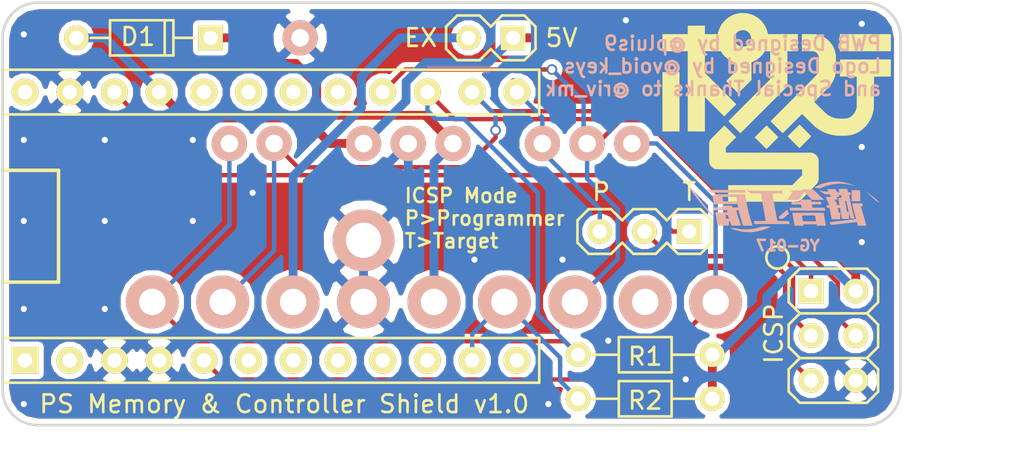
<source format=kicad_pcb>
(kicad_pcb (version 4) (host pcbnew 4.0.1-stable)

  (general
    (links 54)
    (no_connects 0)
    (area 179.224999 100.375 241.5 132.200001)
    (thickness 1.6)
    (drawings 22)
    (tracks 131)
    (zones 0)
    (modules 30)
    (nets 13)
  )

  (page A4)
  (layers
    (0 F.Cu signal)
    (31 B.Cu signal)
    (32 B.Adhes user)
    (33 F.Adhes user)
    (34 B.Paste user)
    (35 F.Paste user)
    (36 B.SilkS user)
    (37 F.SilkS user)
    (38 B.Mask user)
    (39 F.Mask user)
    (40 Dwgs.User user)
    (41 Cmts.User user)
    (42 Eco1.User user)
    (43 Eco2.User user)
    (44 Edge.Cuts user)
    (45 Margin user)
    (46 B.CrtYd user)
    (47 F.CrtYd user)
    (48 B.Fab user)
    (49 F.Fab user)
  )

  (setup
    (last_trace_width 0.25)
    (trace_clearance 0.2)
    (zone_clearance 0.3)
    (zone_45_only no)
    (trace_min 0.2)
    (segment_width 0.2)
    (edge_width 0.15)
    (via_size 0.6)
    (via_drill 0.4)
    (via_min_size 0.4)
    (via_min_drill 0.3)
    (uvia_size 0.3)
    (uvia_drill 0.1)
    (uvias_allowed no)
    (uvia_min_size 0.2)
    (uvia_min_drill 0.1)
    (pcb_text_width 0.3)
    (pcb_text_size 1.5 1.5)
    (mod_edge_width 0.15)
    (mod_text_size 1 1)
    (mod_text_width 0.15)
    (pad_size 0.7 0.7)
    (pad_drill 0.35)
    (pad_to_mask_clearance 0.2)
    (aux_axis_origin 0 0)
    (grid_origin 179.5 103.5)
    (visible_elements 7FFFFF7B)
    (pcbplotparams
      (layerselection 0x010f0_80000001)
      (usegerberextensions false)
      (excludeedgelayer true)
      (linewidth 0.100000)
      (plotframeref false)
      (viasonmask false)
      (mode 1)
      (useauxorigin false)
      (hpglpennumber 1)
      (hpglpenspeed 20)
      (hpglpendiameter 15)
      (hpglpenoverlay 2)
      (psnegative false)
      (psa4output false)
      (plotreference true)
      (plotvalue true)
      (plotinvisibletext false)
      (padsonsilk false)
      (subtractmaskfromsilk true)
      (outputformat 1)
      (mirror false)
      (drillshape 0)
      (scaleselection 1)
      (outputdirectory gerber/))
  )

  (net 0 "")
  (net 1 +5V)
  (net 2 GND)
  (net 3 +3V3)
  (net 4 /~RESET)
  (net 5 attention)
  (net 6 +9V)
  (net 7 acknowledge)
  (net 8 clock)
  (net 9 command)
  (net 10 data)
  (net 11 c_attention)
  (net 12 "Net-(P2-Pad2)")

  (net_class Default "これは標準のネット クラスです。"
    (clearance 0.2)
    (trace_width 0.25)
    (via_dia 0.6)
    (via_drill 0.4)
    (uvia_dia 0.3)
    (uvia_drill 0.1)
    (add_net /~RESET)
    (add_net "Net-(P2-Pad2)")
    (add_net acknowledge)
    (add_net attention)
    (add_net c_attention)
    (add_net clock)
    (add_net command)
    (add_net data)
  )

  (net_class bold ""
    (clearance 0.2)
    (trace_width 0.5)
    (via_dia 0.6)
    (via_drill 0.4)
    (uvia_dia 0.3)
    (uvia_drill 0.1)
    (add_net +3V3)
    (add_net +5V)
    (add_net +9V)
    (add_net GND)
  )

  (module MYLIB:via (layer F.Cu) (tedit 5997E3AC) (tstamp 5997E62E)
    (at 206.3 118.1)
    (fp_text reference "" (at 0 0.5) (layer F.SilkS) hide
      (effects (font (size 0.127 0.127) (thickness 0.03175)))
    )
    (fp_text value "" (at 0 -0.5) (layer F.Fab)
      (effects (font (size 0.127 0.127) (thickness 0.03175)))
    )
    (pad "" thru_hole circle (at 0 0) (size 0.7 0.7) (drill 0.35) (layers *.Cu)
      (net 2 GND) (solder_mask_margin -0.000001) (clearance -0.000001) (zone_connect 2))
  )

  (module MYLIB:via (layer F.Cu) (tedit 5997E3AC) (tstamp 5997E60D)
    (at 180.7 126.3)
    (fp_text reference "" (at 0 0.5) (layer F.SilkS) hide
      (effects (font (size 0.127 0.127) (thickness 0.03175)))
    )
    (fp_text value "" (at 0 -0.5) (layer F.Fab)
      (effects (font (size 0.127 0.127) (thickness 0.03175)))
    )
    (pad "" thru_hole circle (at 0 0) (size 0.7 0.7) (drill 0.35) (layers *.Cu)
      (net 2 GND) (solder_mask_margin -0.000001) (clearance -0.000001) (zone_connect 2))
  )

  (module MYLIB:via (layer F.Cu) (tedit 5997E3AC) (tstamp 5997E5DE)
    (at 180.7 105.3)
    (fp_text reference "" (at 0 0.5) (layer F.SilkS) hide
      (effects (font (size 0.127 0.127) (thickness 0.03175)))
    )
    (fp_text value "" (at 0 -0.5) (layer F.Fab)
      (effects (font (size 0.127 0.127) (thickness 0.03175)))
    )
    (pad "" thru_hole circle (at 0 0) (size 0.7 0.7) (drill 0.35) (layers *.Cu)
      (net 2 GND) (solder_mask_margin -0.000001) (clearance -0.000001) (zone_connect 2))
  )

  (module MYLIB:via (layer F.Cu) (tedit 5997E3AC) (tstamp 5997E56D)
    (at 180.7 111.3)
    (fp_text reference "" (at 0 0.5) (layer F.SilkS) hide
      (effects (font (size 0.127 0.127) (thickness 0.03175)))
    )
    (fp_text value "" (at 0 -0.5) (layer F.Fab)
      (effects (font (size 0.127 0.127) (thickness 0.03175)))
    )
    (pad "" thru_hole circle (at 0 0) (size 0.7 0.7) (drill 0.35) (layers *.Cu)
      (net 2 GND) (solder_mask_margin -0.000001) (clearance -0.000001) (zone_connect 2))
  )

  (module MYLIB:via (layer F.Cu) (tedit 5997E3AC) (tstamp 5997E569)
    (at 180.7 115.9)
    (fp_text reference "" (at 0 0.5) (layer F.SilkS) hide
      (effects (font (size 0.127 0.127) (thickness 0.03175)))
    )
    (fp_text value "" (at 0 -0.5) (layer F.Fab)
      (effects (font (size 0.127 0.127) (thickness 0.03175)))
    )
    (pad "" thru_hole circle (at 0 0) (size 0.7 0.7) (drill 0.35) (layers *.Cu)
      (net 2 GND) (solder_mask_margin -0.000001) (clearance -0.000001) (zone_connect 2))
  )

  (module MYLIB:via (layer F.Cu) (tedit 5997E3AC) (tstamp 5997E565)
    (at 180.7 120.9)
    (fp_text reference "" (at 0 0.5) (layer F.SilkS) hide
      (effects (font (size 0.127 0.127) (thickness 0.03175)))
    )
    (fp_text value "" (at 0 -0.5) (layer F.Fab)
      (effects (font (size 0.127 0.127) (thickness 0.03175)))
    )
    (pad "" thru_hole circle (at 0 0) (size 0.7 0.7) (drill 0.35) (layers *.Cu)
      (net 2 GND) (solder_mask_margin -0.000001) (clearance -0.000001) (zone_connect 2))
  )

  (module MYLIB:via (layer F.Cu) (tedit 5997E3AC) (tstamp 5997E55E)
    (at 185.3 120.9)
    (fp_text reference "" (at 0 0.5) (layer F.SilkS) hide
      (effects (font (size 0.127 0.127) (thickness 0.03175)))
    )
    (fp_text value "" (at 0 -0.5) (layer F.Fab)
      (effects (font (size 0.127 0.127) (thickness 0.03175)))
    )
    (pad "" thru_hole circle (at 0 0) (size 0.7 0.7) (drill 0.35) (layers *.Cu)
      (net 2 GND) (solder_mask_margin -0.000001) (clearance -0.000001) (zone_connect 2))
  )

  (module MYLIB:via (layer F.Cu) (tedit 5997E3AC) (tstamp 5997E55A)
    (at 185.3 111.3)
    (fp_text reference "" (at 0 0.5) (layer F.SilkS) hide
      (effects (font (size 0.127 0.127) (thickness 0.03175)))
    )
    (fp_text value "" (at 0 -0.5) (layer F.Fab)
      (effects (font (size 0.127 0.127) (thickness 0.03175)))
    )
    (pad "" thru_hole circle (at 0 0) (size 0.7 0.7) (drill 0.35) (layers *.Cu)
      (net 2 GND) (solder_mask_margin -0.000001) (clearance -0.000001) (zone_connect 2))
  )

  (module MYLIB:via (layer F.Cu) (tedit 5997E3AC) (tstamp 5997E4EC)
    (at 185.3 115.9)
    (fp_text reference "" (at 0 0.5) (layer F.SilkS) hide
      (effects (font (size 0.127 0.127) (thickness 0.03175)))
    )
    (fp_text value "" (at 0 -0.5) (layer F.Fab)
      (effects (font (size 0.127 0.127) (thickness 0.03175)))
    )
    (pad "" thru_hole circle (at 0 0) (size 0.7 0.7) (drill 0.35) (layers *.Cu)
      (net 2 GND) (solder_mask_margin -0.000001) (clearance -0.000001) (zone_connect 2))
  )

  (module MYLIB:via (layer F.Cu) (tedit 5997E3AC) (tstamp 5997E4DB)
    (at 190.3 115.9)
    (fp_text reference "" (at 0 0.5) (layer F.SilkS) hide
      (effects (font (size 0.127 0.127) (thickness 0.03175)))
    )
    (fp_text value "" (at 0 -0.5) (layer F.Fab)
      (effects (font (size 0.127 0.127) (thickness 0.03175)))
    )
    (pad "" thru_hole circle (at 0 0) (size 0.7 0.7) (drill 0.35) (layers *.Cu)
      (net 2 GND) (solder_mask_margin -0.000001) (clearance -0.000001) (zone_connect 2))
  )

  (module MYLIB:via (layer F.Cu) (tedit 5997E3B3) (tstamp 5997E48D)
    (at 214.9 104.5)
    (fp_text reference "" (at 0 0.5) (layer F.SilkS) hide
      (effects (font (size 0.127 0.127) (thickness 0.03175)))
    )
    (fp_text value "" (at 0 -0.5) (layer F.Fab)
      (effects (font (size 0.127 0.127) (thickness 0.03175)))
    )
    (pad "" thru_hole circle (at 0 0) (size 0.7 0.7) (drill 0.35) (layers *.Cu)
      (net 2 GND) (solder_mask_margin -0.000001) (clearance -0.000001) (zone_connect 2))
  )

  (module MYLIB:via (layer F.Cu) (tedit 5997E3B3) (tstamp 5997E46D)
    (at 228.3 117.1)
    (fp_text reference "" (at 0 0.5) (layer F.SilkS) hide
      (effects (font (size 0.127 0.127) (thickness 0.03175)))
    )
    (fp_text value "" (at 0 -0.5) (layer F.Fab)
      (effects (font (size 0.127 0.127) (thickness 0.03175)))
    )
    (pad "" thru_hole circle (at 0 0) (size 0.7 0.7) (drill 0.35) (layers *.Cu)
      (net 2 GND) (solder_mask_margin -0.000001) (clearance -0.000001) (zone_connect 2))
  )

  (module MYLIB:via (layer F.Cu) (tedit 5997E3B3) (tstamp 5997E462)
    (at 228.3 111.7)
    (fp_text reference "" (at 0 0.5) (layer F.SilkS) hide
      (effects (font (size 0.127 0.127) (thickness 0.03175)))
    )
    (fp_text value "" (at 0 -0.5) (layer F.Fab)
      (effects (font (size 0.127 0.127) (thickness 0.03175)))
    )
    (pad "" thru_hole circle (at 0 0) (size 0.7 0.7) (drill 0.35) (layers *.Cu)
      (net 2 GND) (solder_mask_margin -0.000001) (clearance -0.000001) (zone_connect 2))
  )

  (module MYLIB:via (layer F.Cu) (tedit 5997E3B3) (tstamp 5997E413)
    (at 193.7 114.3)
    (fp_text reference "" (at 0 0.5) (layer F.SilkS) hide
      (effects (font (size 0.127 0.127) (thickness 0.03175)))
    )
    (fp_text value "" (at 0 -0.5) (layer F.Fab)
      (effects (font (size 0.127 0.127) (thickness 0.03175)))
    )
    (pad "" thru_hole circle (at 0 0) (size 0.7 0.7) (drill 0.35) (layers *.Cu)
      (net 2 GND) (solder_mask_margin -0.000001) (clearance -0.000001) (zone_connect 2))
  )

  (module MYLIB:via (layer F.Cu) (tedit 5997E3B3) (tstamp 5997E3F4)
    (at 228.3 104.7)
    (fp_text reference "" (at 0 0.5) (layer F.SilkS) hide
      (effects (font (size 0.127 0.127) (thickness 0.03175)))
    )
    (fp_text value "" (at 0 -0.5) (layer F.Fab)
      (effects (font (size 0.127 0.127) (thickness 0.03175)))
    )
    (pad "" thru_hole circle (at 0 0) (size 0.7 0.7) (drill 0.35) (layers *.Cu)
      (net 2 GND) (solder_mask_margin -0.000001) (clearance -0.000001) (zone_connect 2))
  )

  (module MYLIB:via (layer F.Cu) (tedit 5997E397) (tstamp 5997E328)
    (at 218.3 124.9 90)
    (fp_text reference "" (at 0 0.5 90) (layer F.SilkS) hide
      (effects (font (size 0.127 0.127) (thickness 0.03175)))
    )
    (fp_text value "" (at 0 -0.5 90) (layer F.Fab)
      (effects (font (size 0.127 0.127) (thickness 0.03175)))
    )
    (pad "" thru_hole circle (at 0 0 90) (size 0.7 0.7) (drill 0.35) (layers *.Cu)
      (net 2 GND) (solder_mask_margin -0.000001) (clearance -0.000001) (zone_connect 2))
  )

  (module MYLIB:via (layer F.Cu) (tedit 5997E3B3) (tstamp 5997E314)
    (at 213.9 122.7)
    (fp_text reference "" (at 0 0.5) (layer F.SilkS) hide
      (effects (font (size 0.127 0.127) (thickness 0.03175)))
    )
    (fp_text value "" (at 0 -0.5) (layer F.Fab)
      (effects (font (size 0.127 0.127) (thickness 0.03175)))
    )
    (pad "" thru_hole circle (at 0 0) (size 0.7 0.7) (drill 0.35) (layers *.Cu)
      (net 2 GND) (solder_mask_margin -0.000001) (clearance -0.000001) (zone_connect 2))
  )

  (module MYLIB:via (layer F.Cu) (tedit 5997E3A0) (tstamp 5997E2FA)
    (at 210.5 126.3)
    (fp_text reference "" (at 0 0.5) (layer F.SilkS) hide
      (effects (font (size 0.127 0.127) (thickness 0.03175)))
    )
    (fp_text value "" (at 0 -0.5) (layer F.Fab)
      (effects (font (size 0.127 0.127) (thickness 0.03175)))
    )
    (pad "" thru_hole circle (at 0 0) (size 0.7 0.7) (drill 0.35) (layers *.Cu)
      (net 2 GND) (solder_mask_margin -0.000001) (clearance -0.000001) (zone_connect 2))
  )

  (module MYLIB:via (layer F.Cu) (tedit 5997E3A6) (tstamp 5997E2DB)
    (at 211.3 118.1)
    (fp_text reference "" (at 0 0.5) (layer F.SilkS) hide
      (effects (font (size 0.127 0.127) (thickness 0.03175)))
    )
    (fp_text value "" (at 0 -0.5) (layer F.Fab)
      (effects (font (size 0.127 0.127) (thickness 0.03175)))
    )
    (pad "" thru_hole circle (at 0 0) (size 0.7 0.7) (drill 0.35) (layers *.Cu)
      (net 2 GND) (solder_mask_margin -0.000001) (clearance -0.000001) (zone_connect 2))
  )

  (module MYLIB:MY_SIL-3 (layer F.Cu) (tedit 5997D6B9) (tstamp 5997D631)
    (at 218.5 116.5 180)
    (descr "Connecteur 6 pins")
    (tags "CONN DEV")
    (path /5997D694)
    (fp_text reference P2 (at 7.62 0 180) (layer F.SilkS) hide
      (effects (font (size 1 1) (thickness 0.15)))
    )
    (fp_text value CONN_01X03 (at 0 -2.54 180) (layer F.SilkS) hide
      (effects (font (thickness 0.3048)))
    )
    (fp_line (start -1.27 -0.635) (end -0.635 -1.27) (layer F.SilkS) (width 0.15))
    (fp_line (start -0.635 -1.27) (end 0.635 -1.27) (layer F.SilkS) (width 0.15))
    (fp_line (start 0.635 -1.27) (end 1.27 -0.635) (layer F.SilkS) (width 0.15))
    (fp_line (start 1.27 -0.635) (end 1.905 -1.27) (layer F.SilkS) (width 0.15))
    (fp_line (start 1.905 -1.27) (end 3.175 -1.27) (layer F.SilkS) (width 0.15))
    (fp_line (start 3.175 -1.27) (end 3.81 -0.635) (layer F.SilkS) (width 0.15))
    (fp_line (start 3.81 -0.635) (end 4.445 -1.27) (layer F.SilkS) (width 0.15))
    (fp_line (start 4.445 -1.27) (end 5.715 -1.27) (layer F.SilkS) (width 0.15))
    (fp_line (start 5.715 -1.27) (end 6.35 -0.635) (layer F.SilkS) (width 0.15))
    (fp_line (start 6.35 -0.635) (end 6.35 0.635) (layer F.SilkS) (width 0.15))
    (fp_line (start 6.35 0.635) (end 5.715 1.27) (layer F.SilkS) (width 0.15))
    (fp_line (start 5.715 1.27) (end 4.445 1.27) (layer F.SilkS) (width 0.15))
    (fp_line (start 4.445 1.27) (end 3.81 0.635) (layer F.SilkS) (width 0.15))
    (fp_line (start 3.81 0.635) (end 3.175 1.27) (layer F.SilkS) (width 0.15))
    (fp_line (start 3.175 1.27) (end 1.905 1.27) (layer F.SilkS) (width 0.15))
    (fp_line (start 1.905 1.27) (end 1.27 0.635) (layer F.SilkS) (width 0.15))
    (fp_line (start 1.27 0.635) (end 0.635 1.27) (layer F.SilkS) (width 0.15))
    (fp_line (start 0.635 1.27) (end -0.635 1.27) (layer F.SilkS) (width 0.15))
    (fp_line (start -0.635 1.27) (end -1.27 0.635) (layer F.SilkS) (width 0.15))
    (fp_line (start -1.27 0.635) (end -1.27 -0.635) (layer F.SilkS) (width 0.15))
    (pad 1 thru_hole rect (at 0 0 180) (size 1.397 1.397) (drill 0.8128) (layers *.Cu *.Mask F.SilkS)
      (net 4 /~RESET))
    (pad 2 thru_hole circle (at 2.54 0 180) (size 1.397 1.397) (drill 0.8128) (layers *.Cu *.Mask F.SilkS)
      (net 12 "Net-(P2-Pad2)"))
    (pad 3 thru_hole circle (at 5.08 0 180) (size 1.397 1.397) (drill 0.8128) (layers *.Cu *.Mask F.SilkS)
      (net 5 attention))
  )

  (module MYLIB:MY_SIL-2x3 (layer F.Cu) (tedit 5997D155) (tstamp 598EB8A2)
    (at 226.69 122.42)
    (descr "Connecteur 6 pins")
    (tags "CONN DEV")
    (path /598E86E0)
    (fp_text reference P3 (at 0 5.08) (layer F.SilkS) hide
      (effects (font (size 1 1) (thickness 0.15)))
    )
    (fp_text value ICSP (at 0 -5.08) (layer F.SilkS) hide
      (effects (font (thickness 0.3048)))
    )
    (fp_line (start -1.905 3.81) (end 1.905 3.81) (layer F.SilkS) (width 0.15))
    (fp_line (start -1.905 1.27) (end 1.905 1.27) (layer F.SilkS) (width 0.15))
    (fp_line (start -1.905 -1.27) (end 1.905 -1.27) (layer F.SilkS) (width 0.15))
    (fp_line (start -1.905 -3.81) (end 1.905 -3.81) (layer F.SilkS) (width 0.15))
    (fp_line (start 1.905 -3.81) (end 2.54 -3.175) (layer F.SilkS) (width 0.15))
    (fp_line (start 2.54 -3.175) (end 2.54 -1.905) (layer F.SilkS) (width 0.15))
    (fp_line (start 2.54 -1.905) (end 1.905 -1.27) (layer F.SilkS) (width 0.15))
    (fp_line (start 1.905 -1.27) (end 2.54 -0.635) (layer F.SilkS) (width 0.15))
    (fp_line (start 2.54 -0.635) (end 2.54 0.635) (layer F.SilkS) (width 0.15))
    (fp_line (start 2.54 0.635) (end 1.905 1.27) (layer F.SilkS) (width 0.15))
    (fp_line (start 1.905 1.27) (end 2.54 1.905) (layer F.SilkS) (width 0.15))
    (fp_line (start 2.54 1.905) (end 2.54 3.175) (layer F.SilkS) (width 0.15))
    (fp_line (start 2.54 3.175) (end 1.905 3.81) (layer F.SilkS) (width 0.15))
    (fp_line (start -1.905 3.81) (end -2.54 3.175) (layer F.SilkS) (width 0.15))
    (fp_line (start -2.54 3.175) (end -2.54 1.905) (layer F.SilkS) (width 0.15))
    (fp_line (start -2.54 1.905) (end -1.905 1.27) (layer F.SilkS) (width 0.15))
    (fp_line (start -1.905 1.27) (end -2.54 0.635) (layer F.SilkS) (width 0.15))
    (fp_line (start -2.54 0.635) (end -2.54 -0.635) (layer F.SilkS) (width 0.15))
    (fp_line (start -2.54 -0.635) (end -1.905 -1.27) (layer F.SilkS) (width 0.15))
    (fp_line (start -1.905 -1.27) (end -2.54 -1.905) (layer F.SilkS) (width 0.15))
    (fp_line (start -2.54 -1.905) (end -2.54 -3.175) (layer F.SilkS) (width 0.15))
    (fp_line (start -1.905 -3.81) (end -2.54 -3.175) (layer F.SilkS) (width 0.15))
    (fp_circle (center -3.175 -4.445) (end -3.175 -5.08) (layer F.SilkS) (width 0.15))
    (pad 1 thru_hole rect (at -1.27 -2.54) (size 1.397 1.397) (drill 0.8128) (layers *.Cu *.Mask F.SilkS)
      (net 10 data))
    (pad 2 thru_hole circle (at 1.27 -2.54) (size 1.397 1.397) (drill 0.8128) (layers *.Cu *.Mask F.SilkS)
      (net 1 +5V))
    (pad 3 thru_hole circle (at -1.27 0) (size 1.397 1.397) (drill 0.8128) (layers *.Cu *.Mask F.SilkS)
      (net 8 clock))
    (pad 4 thru_hole circle (at 1.27 0) (size 1.397 1.397) (drill 0.8128) (layers *.Cu *.Mask F.SilkS)
      (net 9 command))
    (pad 5 thru_hole circle (at -1.27 2.54) (size 1.397 1.397) (drill 0.8128) (layers *.Cu *.Mask F.SilkS)
      (net 12 "Net-(P2-Pad2)"))
    (pad 6 thru_hole circle (at 1.27 2.54) (size 1.397 1.397) (drill 0.8128) (layers *.Cu *.Mask F.SilkS)
      (net 2 GND))
    (model Pin_Headers.3dshapes/Pin_Header_Straight_2x03.wrl
      (at (xyz 0 0 0))
      (scale (xyz 1 1 1))
      (rotate (xyz 0 0 90))
    )
  )

  (module MYLIB:MY_SIL-2 (layer F.Cu) (tedit 5997D765) (tstamp 59978BE7)
    (at 208.5 105.5 180)
    (descr "Connecteur 6 pins")
    (tags "CONN DEV")
    (path /598E9A7B)
    (fp_text reference P1 (at -2.75 -2 180) (layer F.SilkS) hide
      (effects (font (size 1 1) (thickness 0.15)))
    )
    (fp_text value CONN_01X02 (at 0 -2.54 180) (layer F.SilkS) hide
      (effects (font (thickness 0.3048)))
    )
    (fp_line (start 1.905 1.27) (end 3.175 1.27) (layer F.SilkS) (width 0.15))
    (fp_line (start -0.635 1.27) (end 0.635 1.27) (layer F.SilkS) (width 0.15))
    (fp_line (start 0.635 -1.27) (end -0.635 -1.27) (layer F.SilkS) (width 0.15))
    (fp_line (start 1.905 -1.27) (end 3.175 -1.27) (layer F.SilkS) (width 0.15))
    (fp_line (start 1.27 0.635) (end 1.905 1.27) (layer F.SilkS) (width 0.15))
    (fp_line (start 1.27 0.635) (end 0.635 1.27) (layer F.SilkS) (width 0.15))
    (fp_line (start 1.27 -0.635) (end 1.905 -1.27) (layer F.SilkS) (width 0.15))
    (fp_line (start 0.635 -1.27) (end 1.27 -0.635) (layer F.SilkS) (width 0.15))
    (fp_line (start -1.27 -0.635) (end -1.27 0.635) (layer F.SilkS) (width 0.15))
    (fp_line (start -1.27 0.635) (end -0.635 1.27) (layer F.SilkS) (width 0.15))
    (fp_line (start 3.175 -1.27) (end 3.81 -0.635) (layer F.SilkS) (width 0.15))
    (fp_line (start 3.81 -0.635) (end 3.81 0.635) (layer F.SilkS) (width 0.15))
    (fp_line (start 3.81 0.635) (end 3.175 1.27) (layer F.SilkS) (width 0.15))
    (fp_line (start -1.27 -0.635) (end -0.635 -1.27) (layer F.SilkS) (width 0.15))
    (pad 1 thru_hole rect (at 0 0 180) (size 1.397 1.397) (drill 0.8128) (layers *.Cu *.Mask F.SilkS)
      (net 1 +5V))
    (pad 2 thru_hole circle (at 2.54 0 180) (size 1.397 1.397) (drill 0.8128) (layers *.Cu *.Mask F.SilkS)
      (net 6 +9V))
  )

  (module MYLIB:ProMicro (layer F.Cu) (tedit 5997CBBA) (tstamp 59978C84)
    (at 194.74 116.2 90)
    (path /598E7779)
    (fp_text reference U1 (at 0 2 90) (layer F.SilkS) hide
      (effects (font (size 1 1) (thickness 0.15)))
    )
    (fp_text value ProMicro (at 0 13.97 90) (layer F.Fab) hide
      (effects (font (size 1 1) (thickness 0.15)))
    )
    (fp_line (start 8.89 -15.24) (end 8.89 15.24) (layer F.SilkS) (width 0.15))
    (fp_line (start 8.89 15.24) (end 6.35 15.24) (layer F.SilkS) (width 0.15))
    (fp_line (start -8.89 -15.24) (end -8.89 15.24) (layer F.SilkS) (width 0.15))
    (fp_line (start -8.89 15.24) (end -6.35 15.24) (layer F.SilkS) (width 0.15))
    (fp_line (start 6.35 15.24) (end 6.35 -15.24) (layer F.SilkS) (width 0.15))
    (fp_line (start 6.35 -15.24) (end 8.89 -15.24) (layer F.SilkS) (width 0.15))
    (fp_line (start -6.35 15.24) (end -6.35 -15.24) (layer F.SilkS) (width 0.15))
    (fp_line (start -6.35 -15.24) (end -8.89 -15.24) (layer F.SilkS) (width 0.15))
    (pad 1 thru_hole rect (at -7.62 -13.97 90) (size 1.524 1.524) (drill 0.8128) (layers *.Cu *.Mask F.SilkS))
    (pad 2 thru_hole circle (at -7.62 -11.43 90) (size 1.524 1.524) (drill 0.8128) (layers *.Cu *.Mask F.SilkS))
    (pad 3 thru_hole circle (at -7.62 -8.89 90) (size 1.524 1.524) (drill 0.8128) (layers *.Cu *.Mask F.SilkS)
      (net 2 GND))
    (pad 4 thru_hole circle (at -7.62 -6.35 90) (size 1.524 1.524) (drill 0.8128) (layers *.Cu *.Mask F.SilkS)
      (net 2 GND))
    (pad 5 thru_hole circle (at -7.62 -3.81 90) (size 1.524 1.524) (drill 0.8128) (layers *.Cu *.Mask F.SilkS)
      (net 7 acknowledge))
    (pad 6 thru_hole circle (at -7.62 -1.27 90) (size 1.524 1.524) (drill 0.8128) (layers *.Cu *.Mask F.SilkS))
    (pad 7 thru_hole circle (at -7.62 1.27 90) (size 1.524 1.524) (drill 0.8128) (layers *.Cu *.Mask F.SilkS))
    (pad 8 thru_hole circle (at -7.62 3.81 90) (size 1.524 1.524) (drill 0.8128) (layers *.Cu *.Mask F.SilkS))
    (pad 9 thru_hole circle (at -7.62 6.35 90) (size 1.524 1.524) (drill 0.8128) (layers *.Cu *.Mask F.SilkS))
    (pad 10 thru_hole circle (at -7.62 8.89 90) (size 1.524 1.524) (drill 0.8128) (layers *.Cu *.Mask F.SilkS))
    (pad 11 thru_hole circle (at -7.62 11.43 90) (size 1.524 1.524) (drill 0.8128) (layers *.Cu *.Mask F.SilkS)
      (net 11 c_attention))
    (pad 12 thru_hole circle (at -7.62 13.97 90) (size 1.524 1.524) (drill 0.8128) (layers *.Cu *.Mask F.SilkS))
    (pad 13 thru_hole circle (at 7.62 13.97 90) (size 1.524 1.524) (drill 0.8128) (layers *.Cu *.Mask F.SilkS)
      (net 5 attention))
    (pad 14 thru_hole circle (at 7.62 11.43 90) (size 1.524 1.524) (drill 0.8128) (layers *.Cu *.Mask F.SilkS)
      (net 9 command))
    (pad 15 thru_hole circle (at 7.62 8.89 90) (size 1.524 1.524) (drill 0.8128) (layers *.Cu *.Mask F.SilkS)
      (net 10 data))
    (pad 16 thru_hole circle (at 7.62 6.35 90) (size 1.524 1.524) (drill 0.8128) (layers *.Cu *.Mask F.SilkS)
      (net 8 clock))
    (pad 17 thru_hole circle (at 7.62 3.81 90) (size 1.524 1.524) (drill 0.8128) (layers *.Cu *.Mask F.SilkS))
    (pad 18 thru_hole circle (at 7.62 1.27 90) (size 1.524 1.524) (drill 0.8128) (layers *.Cu *.Mask F.SilkS))
    (pad 19 thru_hole circle (at 7.62 -1.27 90) (size 1.524 1.524) (drill 0.8128) (layers *.Cu *.Mask F.SilkS))
    (pad 20 thru_hole circle (at 7.62 -3.81 90) (size 1.524 1.524) (drill 0.8128) (layers *.Cu *.Mask F.SilkS))
    (pad 21 thru_hole circle (at 7.62 -6.35 90) (size 1.524 1.524) (drill 0.8128) (layers *.Cu *.Mask F.SilkS)
      (net 1 +5V))
    (pad 22 thru_hole circle (at 7.62 -8.89 90) (size 1.524 1.524) (drill 0.8128) (layers *.Cu *.Mask F.SilkS)
      (net 4 /~RESET))
    (pad 23 thru_hole circle (at 7.62 -11.43 90) (size 1.524 1.524) (drill 0.8128) (layers *.Cu *.Mask F.SilkS)
      (net 2 GND))
    (pad 24 thru_hole circle (at 7.62 -13.97 90) (size 1.524 1.524) (drill 0.8128) (layers *.Cu *.Mask F.SilkS))
  )

  (module LOGO (layer F.Cu) (tedit 0) (tstamp 5997CA75)
    (at 223 112)
    (fp_text reference G*** (at 0 0) (layer F.SilkS) hide
      (effects (font (thickness 0.3)))
    )
    (fp_text value LOGO (at 0.75 0) (layer F.SilkS) hide
      (effects (font (thickness 0.3)))
    )
    (fp_poly (pts (xy -2.173003 -1.184784) (xy -1.841504 -0.853356) (xy -2.13519 -0.559592) (xy -2.428875 -0.265828)
      (xy -2.428875 0.023612) (xy 0.01389 0.025697) (xy 2.456656 0.027781) (xy 2.521405 0.049722)
      (xy 2.601244 0.084826) (xy 2.672302 0.132477) (xy 2.733303 0.191378) (xy 2.782967 0.26023)
      (xy 2.820018 0.337736) (xy 2.828067 0.361156) (xy 2.831386 0.371912) (xy 2.834258 0.382429)
      (xy 2.836713 0.393883) (xy 2.838786 0.407451) (xy 2.840508 0.424311) (xy 2.841912 0.445637)
      (xy 2.843031 0.472608) (xy 2.843896 0.5064) (xy 2.844541 0.548189) (xy 2.844997 0.599153)
      (xy 2.845298 0.660467) (xy 2.845476 0.733309) (xy 2.845562 0.818855) (xy 2.845591 0.918282)
      (xy 2.845593 0.996156) (xy 2.845593 1.575594) (xy 2.823368 1.643063) (xy 2.808401 1.681922)
      (xy 2.789448 1.722079) (xy 2.770234 1.75573) (xy 2.767805 1.759376) (xy 2.756575 1.773244)
      (xy 2.734902 1.797473) (xy 2.703592 1.831224) (xy 2.663454 1.873657) (xy 2.615295 1.923933)
      (xy 2.559923 1.981214) (xy 2.498145 2.044661) (xy 2.430769 2.113434) (xy 2.358603 2.186695)
      (xy 2.282454 2.263604) (xy 2.282031 2.264031) (xy 2.199499 2.347134) (xy 2.127308 2.419701)
      (xy 2.064655 2.482498) (xy 2.010734 2.536295) (xy 1.964739 2.581856) (xy 1.925867 2.619951)
      (xy 1.893313 2.651345) (xy 1.866271 2.676806) (xy 1.843937 2.697103) (xy 1.825506 2.713001)
      (xy 1.810173 2.725268) (xy 1.797134 2.734671) (xy 1.785582 2.741978) (xy 1.774715 2.747955)
      (xy 1.774031 2.748307) (xy 1.763485 2.753954) (xy 1.75431 2.759192) (xy 1.745906 2.764037)
      (xy 1.737674 2.768504) (xy 1.729016 2.772608) (xy 1.719332 2.776365) (xy 1.708024 2.779789)
      (xy 1.694492 2.782897) (xy 1.678138 2.785703) (xy 1.658363 2.788223) (xy 1.634568 2.790471)
      (xy 1.606154 2.792463) (xy 1.572522 2.794215) (xy 1.533074 2.795741) (xy 1.487209 2.797057)
      (xy 1.434331 2.798178) (xy 1.373838 2.799119) (xy 1.305134 2.799896) (xy 1.227618 2.800524)
      (xy 1.140692 2.801017) (xy 1.043757 2.801392) (xy 0.936213 2.801664) (xy 0.817463 2.801847)
      (xy 0.686908 2.801957) (xy 0.543947 2.802009) (xy 0.387983 2.802019) (xy 0.218416 2.802001)
      (xy 0.034648 2.801972) (xy -0.16392 2.801946) (xy -0.3326 2.801938) (xy -2.286127 2.801938)
      (xy -2.28408 2.335609) (xy -2.282032 1.869281) (xy -0.460077 1.86728) (xy 1.361877 1.865279)
      (xy 1.637407 1.584171) (xy 1.912937 1.303064) (xy 1.912937 0.9686) (xy -0.52586 0.966491)
      (xy -0.759453 0.966286) (xy -0.977703 0.966086) (xy -1.181141 0.965887) (xy -1.370298 0.965687)
      (xy -1.545707 0.965482) (xy -1.707898 0.965268) (xy -1.857404 0.965041) (xy -1.994756 0.964799)
      (xy -2.120485 0.964537) (xy -2.235123 0.964253) (xy -2.339202 0.963942) (xy -2.433253 0.963602)
      (xy -2.517807 0.963228) (xy -2.593397 0.962818) (xy -2.660554 0.962367) (xy -2.719808 0.961873)
      (xy -2.771693 0.961331) (xy -2.816739 0.960739) (xy -2.855478 0.960092) (xy -2.888442 0.959388)
      (xy -2.916162 0.958623) (xy -2.939169 0.957793) (xy -2.957996 0.956894) (xy -2.973174 0.955924)
      (xy -2.985233 0.954879) (xy -2.994707 0.953756) (xy -3.002126 0.95255) (xy -3.008022 0.951258)
      (xy -3.012008 0.950159) (xy -3.09151 0.919109) (xy -3.163732 0.876591) (xy -3.226675 0.824229)
      (xy -3.27834 0.763649) (xy -3.312354 0.705955) (xy -3.322396 0.684676) (xy -3.331108 0.66486)
      (xy -3.33858 0.645261) (xy -3.3449 0.624633) (xy -3.350157 0.601729) (xy -3.354441 0.575305)
      (xy -3.357839 0.544113) (xy -3.360441 0.506908) (xy -3.362336 0.462443) (xy -3.363613 0.409473)
      (xy -3.364361 0.346751) (xy -3.364668 0.273031) (xy -3.364624 0.187067) (xy -3.364318 0.087613)
      (xy -3.363884 -0.016125) (xy -3.361532 -0.551656) (xy -3.342997 -0.60325) (xy -3.335311 -0.624357)
      (xy -3.327812 -0.643471) (xy -3.319667 -0.661558) (xy -3.310047 -0.679583) (xy -3.29812 -0.698512)
      (xy -3.283055 -0.71931) (xy -3.264022 -0.742943) (xy -3.240188 -0.770377) (xy -3.210724 -0.802577)
      (xy -3.174797 -0.840508) (xy -3.131578 -0.885137) (xy -3.080234 -0.937428) (xy -3.019936 -0.998348)
      (xy -2.949852 -1.068861) (xy -2.893759 -1.125215) (xy -2.504501 -1.516212) (xy -2.173003 -1.184784)) (layer F.SilkS) (width 0.01))
    (fp_poly (pts (xy 0.559546 -0.857274) (xy 0.22623 -0.523887) (xy 0.166115 -0.463825) (xy 0.109349 -0.407238)
      (xy 0.056923 -0.355104) (xy 0.009824 -0.308399) (xy -0.030958 -0.2681) (xy -0.064436 -0.235186)
      (xy -0.089619 -0.210632) (xy -0.10552 -0.195416) (xy -0.111126 -0.1905) (xy -0.117314 -0.195957)
      (xy -0.133716 -0.211673) (xy -0.159337 -0.236665) (xy -0.193182 -0.269949) (xy -0.234257 -0.310544)
      (xy -0.281566 -0.357465) (xy -0.334115 -0.40973) (xy -0.390908 -0.466356) (xy -0.444513 -0.519918)
      (xy -0.773859 -0.849337) (xy -0.103188 -1.520008) (xy 0.559546 -0.857274)) (layer F.SilkS) (width 0.01))
    (fp_poly (pts (xy 2.09355 -1.244168) (xy 2.153088 -1.184485) (xy 2.209137 -1.128043) (xy 2.26071 -1.075853)
      (xy 2.306818 -1.028927) (xy 2.346475 -0.988277) (xy 2.378692 -0.954915) (xy 2.402482 -0.929853)
      (xy 2.416857 -0.914103) (xy 2.420937 -0.908773) (xy 2.415472 -0.901874) (xy 2.399733 -0.884787)
      (xy 2.374702 -0.858516) (xy 2.34136 -0.824067) (xy 2.300689 -0.782444) (xy 2.253671 -0.734654)
      (xy 2.201288 -0.681701) (xy 2.144523 -0.62459) (xy 2.089511 -0.56948) (xy 1.758085 -0.238125)
      (xy 1.42673 -0.56955) (xy 1.095375 -0.900976) (xy 1.430769 -1.236301) (xy 1.766164 -1.571626)
      (xy 2.09355 -1.244168)) (layer F.SilkS) (width 0.01))
    (fp_poly (pts (xy 2.291953 -6.705084) (xy 2.381118 -6.704317) (xy 2.456014 -6.703563) (xy 2.518244 -6.702749)
      (xy 2.569412 -6.701804) (xy 2.611124 -6.700655) (xy 2.644984 -6.699232) (xy 2.672596 -6.697462)
      (xy 2.695566 -6.695274) (xy 2.715497 -6.692597) (xy 2.733994 -6.689357) (xy 2.752661 -6.685484)
      (xy 2.758281 -6.684245) (xy 2.904711 -6.644116) (xy 3.042194 -6.590895) (xy 3.170634 -6.524649)
      (xy 3.289937 -6.44544) (xy 3.400006 -6.353334) (xy 3.500747 -6.248395) (xy 3.592064 -6.130688)
      (xy 3.607835 -6.10764) (xy 3.680211 -5.985547) (xy 3.739128 -5.855069) (xy 3.784549 -5.716297)
      (xy 3.812287 -5.593161) (xy 3.816053 -5.571877) (xy 3.819238 -5.551755) (xy 3.821893 -5.531295)
      (xy 3.824064 -5.508998) (xy 3.8258 -5.483364) (xy 3.82715 -5.452891) (xy 3.828162 -5.416081)
      (xy 3.828884 -5.371434) (xy 3.829364 -5.317448) (xy 3.829652 -5.252624) (xy 3.829795 -5.175462)
      (xy 3.829841 -5.084462) (xy 3.829843 -5.04825) (xy 3.82978 -4.943096) (xy 3.82951 -4.852215)
      (xy 3.828912 -4.774006) (xy 3.827862 -4.706866) (xy 3.826241 -4.649193) (xy 3.823925 -4.599387)
      (xy 3.820794 -4.555844) (xy 3.816725 -4.516964) (xy 3.811596 -4.481144) (xy 3.805287 -4.446783)
      (xy 3.797675 -4.412279) (xy 3.788638 -4.376031) (xy 3.778055 -4.336435) (xy 3.774848 -4.324712)
      (xy 3.728667 -4.183834) (xy 3.669162 -4.050102) (xy 3.595578 -3.922053) (xy 3.507163 -3.798224)
      (xy 3.497614 -3.786187) (xy 3.484319 -3.770957) (xy 3.46078 -3.745533) (xy 3.42799 -3.710939)
      (xy 3.38694 -3.668195) (xy 3.338624 -3.618323) (xy 3.284035 -3.562342) (xy 3.224165 -3.501276)
      (xy 3.160007 -3.436144) (xy 3.092554 -3.367968) (xy 3.022799 -3.297768) (xy 3.020774 -3.295735)
      (xy 2.591593 -2.864813) (xy 2.936875 -2.521202) (xy 3.014027 -2.44453) (xy 3.081164 -2.378157)
      (xy 3.139446 -2.32111) (xy 3.190032 -2.272414) (xy 3.234082 -2.231092) (xy 3.272756 -2.196171)
      (xy 3.307213 -2.166676) (xy 3.338615 -2.141631) (xy 3.368119 -2.120061) (xy 3.396887 -2.100992)
      (xy 3.426079 -2.083448) (xy 3.456853 -2.066455) (xy 3.49037 -2.049038) (xy 3.510909 -2.038666)
      (xy 3.592823 -2.000838) (xy 3.674869 -1.969996) (xy 3.759336 -1.94573) (xy 3.848514 -1.92763)
      (xy 3.944692 -1.91529) (xy 4.050161 -1.908298) (xy 4.167208 -1.906248) (xy 4.246562 -1.907277)
      (xy 4.315929 -1.909229) (xy 4.372276 -1.911885) (xy 4.418457 -1.915682) (xy 4.457325 -1.921056)
      (xy 4.491732 -1.928443) (xy 4.524533 -1.938278) (xy 4.55858 -1.951) (xy 4.574029 -1.957346)
      (xy 4.654465 -1.999255) (xy 4.730524 -2.05495) (xy 4.800833 -2.122632) (xy 4.864019 -2.200498)
      (xy 4.918706 -2.286747) (xy 4.96352 -2.379577) (xy 4.997088 -2.477188) (xy 5.009407 -2.528094)
      (xy 5.011762 -2.540137) (xy 5.013854 -2.552893) (xy 5.0157 -2.567323) (xy 5.017315 -2.584388)
      (xy 5.018713 -2.605049) (xy 5.019912 -2.630267) (xy 5.020926 -2.661004) (xy 5.021771 -2.698221)
      (xy 5.022463 -2.742878) (xy 5.023017 -2.795938) (xy 5.023448 -2.85836) (xy 5.023772 -2.931107)
      (xy 5.024006 -3.015139) (xy 5.024163 -3.111418) (xy 5.02426 -3.220904) (xy 5.024313 -3.344559)
      (xy 5.024333 -3.450766) (xy 5.024437 -4.302001) (xy 4.546203 -4.304047) (xy 4.067968 -4.306094)
      (xy 4.067968 -5.266531) (xy 6.953372 -5.270543) (xy 6.951327 -4.788318) (xy 6.949281 -4.306094)
      (xy 6.471426 -4.304048) (xy 5.993571 -4.302001) (xy 5.990662 -3.411079) (xy 5.990208 -3.269239)
      (xy 5.989791 -3.142261) (xy 5.989361 -3.029132) (xy 5.988867 -2.928837) (xy 5.98826 -2.840364)
      (xy 5.98749 -2.7627) (xy 5.986507 -2.694831) (xy 5.985262 -2.635745) (xy 5.983704 -2.584427)
      (xy 5.981783 -2.539865) (xy 5.97945 -2.501045) (xy 5.976655 -2.466955) (xy 5.973348 -2.43658)
      (xy 5.969479 -2.408908) (xy 5.964998 -2.382926) (xy 5.959855 -2.35762) (xy 5.954001 -2.331977)
      (xy 5.947386 -2.304984) (xy 5.939959 -2.275627) (xy 5.933532 -2.250281) (xy 5.884569 -2.088058)
      (xy 5.821348 -1.932793) (xy 5.743929 -1.784601) (xy 5.652376 -1.643592) (xy 5.546751 -1.509879)
      (xy 5.477198 -1.433771) (xy 5.361237 -1.324573) (xy 5.236357 -1.228199) (xy 5.103438 -1.145091)
      (xy 4.963359 -1.075695) (xy 4.816998 -1.020455) (xy 4.665235 -0.979813) (xy 4.533568 -0.957197)
      (xy 4.49804 -0.953241) (xy 4.458763 -0.950195) (xy 4.413535 -0.947991) (xy 4.360155 -0.946558)
      (xy 4.296419 -0.945828) (xy 4.220125 -0.94573) (xy 4.176381 -0.945897) (xy 4.112246 -0.946308)
      (xy 4.051914 -0.946849) (xy 3.997561 -0.947489) (xy 3.951362 -0.948195) (xy 3.915493 -0.948937)
      (xy 3.892129 -0.949683) (xy 3.885406 -0.950083) (xy 3.695765 -0.974865) (xy 3.511229 -1.014597)
      (xy 3.332195 -1.069121) (xy 3.159058 -1.13828) (xy 2.992212 -1.221917) (xy 2.832053 -1.319873)
      (xy 2.680374 -1.430877) (xy 2.65998 -1.448256) (xy 2.62967 -1.475672) (xy 2.59072 -1.511906)
      (xy 2.544403 -1.555737) (xy 2.491996 -1.605943) (xy 2.434774 -1.661304) (xy 2.374012 -1.720599)
      (xy 2.310985 -1.782607) (xy 2.25425 -1.838858) (xy 1.908968 -2.182468) (xy 1.359303 -1.632996)
      (xy 0.809638 -1.083525) (xy 0.468341 -1.424753) (xy 0.127044 -1.76598) (xy 1.446844 -3.087631)
      (xy 1.599907 -3.240948) (xy 1.742032 -3.383395) (xy 1.873538 -3.515294) (xy 1.994742 -3.636969)
      (xy 2.105964 -3.748743) (xy 2.207522 -3.85094) (xy 2.299734 -3.943884) (xy 2.38292 -4.027896)
      (xy 2.457396 -4.103302) (xy 2.523483 -4.170423) (xy 2.581497 -4.229584) (xy 2.631759 -4.281108)
      (xy 2.674585 -4.325318) (xy 2.710296 -4.362538) (xy 2.739208 -4.393091) (xy 2.761642 -4.4173)
      (xy 2.777914 -4.435488) (xy 2.788344 -4.44798) (xy 2.79279 -4.45425) (xy 2.809256 -4.485663)
      (xy 2.826628 -4.52362) (xy 2.840202 -4.557438) (xy 2.861468 -4.615656) (xy 2.864065 -5.012531)
      (xy 2.864594 -5.113636) (xy 2.864746 -5.199786) (xy 2.864507 -5.271901) (xy 2.863862 -5.330895)
      (xy 2.862797 -5.377688) (xy 2.861298 -5.413195) (xy 2.85935 -5.438335) (xy 2.857156 -5.453062)
      (xy 2.834393 -5.521701) (xy 2.798307 -5.584602) (xy 2.750924 -5.639788) (xy 2.694269 -5.685282)
      (xy 2.630368 -5.719105) (xy 2.564679 -5.738648) (xy 2.546396 -5.740586) (xy 2.514056 -5.742334)
      (xy 2.469476 -5.743849) (xy 2.414474 -5.74509) (xy 2.350867 -5.746015) (xy 2.280472 -5.746581)
      (xy 2.213479 -5.74675) (xy 1.905 -5.74675) (xy 1.905 -6.708265) (xy 2.291953 -6.705084)) (layer F.SilkS) (width 0.01))
    (fp_poly (pts (xy -1.310087 -7.902029) (xy -1.161591 -7.878563) (xy -1.013762 -7.839251) (xy -0.997009 -7.833778)
      (xy -0.85768 -7.779212) (xy -0.726247 -7.711303) (xy -0.60345 -7.630875) (xy -0.490028 -7.538756)
      (xy -0.386721 -7.43577) (xy -0.294267 -7.322744) (xy -0.213407 -7.200505) (xy -0.144879 -7.069878)
      (xy -0.089423 -6.931688) (xy -0.047779 -6.786763) (xy -0.043688 -6.768703) (xy -0.030157 -6.707187)
      (xy 1.666875 -6.707187) (xy 1.666875 -5.74675) (xy 1.071562 -5.74675) (xy 1.071562 -3.750451)
      (xy -0.259962 -2.418944) (xy -0.381436 -2.297489) (xy -0.499959 -2.179016) (xy -0.615041 -2.064016)
      (xy -0.726192 -1.952975) (xy -0.832923 -1.846382) (xy -0.934745 -1.744724) (xy -1.031168 -1.648491)
      (xy -1.121702 -1.558169) (xy -1.205858 -1.474248) (xy -1.283146 -1.397215) (xy -1.353076 -1.327559)
      (xy -1.41516 -1.265766) (xy -1.468906 -1.212327) (xy -1.513827 -1.167728) (xy -1.549432 -1.132458)
      (xy -1.575232 -1.107005) (xy -1.590737 -1.091857) (xy -1.595482 -1.087437) (xy -1.601657 -1.092896)
      (xy -1.618055 -1.108621) (xy -1.643692 -1.13364) (xy -1.677581 -1.166977) (xy -1.718738 -1.20766)
      (xy -1.766175 -1.254713) (xy -1.818909 -1.307162) (xy -1.875954 -1.364034) (xy -1.934801 -1.422831)
      (xy -1.995073 -1.483245) (xy -2.051869 -1.540424) (xy -2.104212 -1.593369) (xy -2.151126 -1.641081)
      (xy -2.191637 -1.68256) (xy -2.224767 -1.716809) (xy -2.249542 -1.742827) (xy -2.264985 -1.759617)
      (xy -2.270125 -1.766138) (xy -2.264595 -1.772433) (xy -2.248348 -1.789424) (xy -2.221902 -1.81659)
      (xy -2.185774 -1.853411) (xy -2.140482 -1.899365) (xy -2.086543 -1.953932) (xy -2.024475 -2.016591)
      (xy -1.954795 -2.086822) (xy -1.878019 -2.164103) (xy -1.794666 -2.247913) (xy -1.705253 -2.337733)
      (xy -1.610298 -2.43304) (xy -1.510317 -2.533315) (xy -1.405828 -2.638036) (xy -1.297348 -2.746682)
      (xy -1.185396 -2.858734) (xy -1.083469 -2.960687) (xy 0.103187 -4.147324) (xy 0.103187 -5.74675)
      (xy -0.20432 -5.74675) (xy -0.245174 -5.683871) (xy -0.317757 -5.583291) (xy -0.402293 -5.485303)
      (xy -0.494927 -5.393936) (xy -0.591801 -5.313217) (xy -0.61982 -5.292601) (xy -0.669309 -5.259784)
      (xy -0.728545 -5.224415) (xy -0.79234 -5.189326) (xy -0.855509 -5.157348) (xy -0.912864 -5.131314)
      (xy -0.922735 -5.127249) (xy -0.968375 -5.108829) (xy -0.968375 -4.108007) (xy -1.341385 -3.734769)
      (xy -1.714394 -3.361531) (xy -2.055752 -3.702802) (xy -2.39711 -4.044072) (xy -1.93675 -4.50463)
      (xy -1.93675 -5.108526) (xy -2.018831 -5.142235) (xy -2.133783 -5.196924) (xy -2.247325 -5.265481)
      (xy -2.356609 -5.345964) (xy -2.458785 -5.43643) (xy -2.477507 -5.454936) (xy -2.515488 -5.495218)
      (xy -2.555745 -5.541419) (xy -2.59552 -5.590071) (xy -2.632058 -5.637704) (xy -2.662603 -5.680849)
      (xy -2.683089 -5.713683) (xy -2.701674 -5.74675) (xy -3.611563 -5.74675) (xy -3.611563 -4.504558)
      (xy -2.722552 -3.615521) (xy -1.833542 -2.726483) (xy -2.174871 -2.385223) (xy -2.516201 -2.043962)
      (xy -3.611563 -3.139238) (xy -3.611563 -1.182565) (xy -4.093766 -1.18461) (xy -4.575969 -1.186656)
      (xy -4.579965 -5.74675) (xy -6.016625 -5.74675) (xy -6.016625 -6.492991) (xy -1.927961 -6.492991)
      (xy -1.927823 -6.437115) (xy -1.923709 -6.384894) (xy -1.916681 -6.346446) (xy -1.889068 -6.270893)
      (xy -1.847854 -6.200248) (xy -1.79505 -6.136544) (xy -1.732665 -6.081811) (xy -1.662712 -6.038081)
      (xy -1.587201 -6.007386) (xy -1.578581 -6.004875) (xy -1.539719 -5.997868) (xy -1.490698 -5.994646)
      (xy -1.436716 -5.995017) (xy -1.382975 -5.998788) (xy -1.334674 -6.005766) (xy -1.29832 -6.015277)
      (xy -1.21974 -6.05166) (xy -1.150129 -6.099959) (xy -1.090653 -6.158651) (xy -1.042476 -6.226208)
      (xy -1.006766 -6.301107) (xy -0.984687 -6.381821) (xy -0.978359 -6.434043) (xy -0.980021 -6.522142)
      (xy -0.996614 -6.604863) (xy -1.02807 -6.682025) (xy -1.074318 -6.753442) (xy -1.118328 -6.802787)
      (xy -1.184899 -6.860016) (xy -1.254384 -6.902004) (xy -1.328219 -6.929312) (xy -1.407841 -6.942506)
      (xy -1.476375 -6.943291) (xy -1.560499 -6.931758) (xy -1.639854 -6.906278) (xy -1.71286 -6.868117)
      (xy -1.777938 -6.81854) (xy -1.833506 -6.758813) (xy -1.877986 -6.6902) (xy -1.909797 -6.613966)
      (xy -1.916342 -6.590948) (xy -1.924131 -6.546332) (xy -1.927961 -6.492991) (xy -6.016625 -6.492991)
      (xy -6.016625 -6.707187) (xy -4.580171 -6.707187) (xy -4.57807 -6.947297) (xy -4.575969 -7.187406)
      (xy -3.611563 -7.191498) (xy -3.611563 -6.707187) (xy -2.876288 -6.707187) (xy -2.865923 -6.760766)
      (xy -2.844245 -6.849074) (xy -2.812742 -6.94411) (xy -2.773202 -7.041778) (xy -2.727414 -7.137984)
      (xy -2.677166 -7.228631) (xy -2.629312 -7.3025) (xy -2.594963 -7.347145) (xy -2.550908 -7.398151)
      (xy -2.500213 -7.452451) (xy -2.445943 -7.50698) (xy -2.391165 -7.55867) (xy -2.338945 -7.604456)
      (xy -2.292349 -7.64127) (xy -2.286 -7.645853) (xy -2.229721 -7.682656) (xy -2.163039 -7.721081)
      (xy -2.090801 -7.758693) (xy -2.017848 -7.793056) (xy -1.949025 -7.821735) (xy -1.905 -7.837416)
      (xy -1.756707 -7.877343) (xy -1.607933 -7.90142) (xy -1.458964 -7.909649) (xy -1.310087 -7.902029)) (layer F.SilkS) (width 0.01))
    (fp_poly (pts (xy -5.056188 -1.182687) (xy -6.016625 -1.182687) (xy -6.016625 -4.548187) (xy -5.056188 -4.548187)
      (xy -5.056188 -1.182687)) (layer F.SilkS) (width 0.01))
    (fp_poly (pts (xy 6.95325 -5.74675) (xy 4.064 -5.74675) (xy 4.064 -6.707187) (xy 6.95325 -6.707187)
      (xy 6.95325 -5.74675)) (layer F.SilkS) (width 0.01))
  )

  (module MYLIB:ps_memory_controller locked (layer B.Cu) (tedit 5997D5B5) (tstamp 598EAFD1)
    (at 204 115 180)
    (path /598F610D)
    (fp_text reference P4 (at 0 13.5 180) (layer B.SilkS) hide
      (effects (font (size 1 1) (thickness 0.15)) (justify mirror))
    )
    (fp_text value memory&controller (at 0 -11.5 180) (layer B.Fab) hide
      (effects (font (size 1 1) (thickness 0.15)) (justify mirror))
    )
    (pad 8 thru_hole circle (at -11.24 3.5 180) (size 2 2) (drill 1) (layers *.Cu *.Mask B.SilkS)
      (net 7 acknowledge))
    (pad 7 thru_hole circle (at -8.7 3.5 180) (size 2 2) (drill 1) (layers *.Cu *.Mask B.SilkS)
      (net 8 clock))
    (pad 6 thru_hole circle (at -6.16 3.5 180) (size 2 2) (drill 1) (layers *.Cu *.Mask B.SilkS)
      (net 5 attention))
    (pad 5 thru_hole circle (at -1.08 3.5 180) (size 2 2) (drill 1) (layers *.Cu *.Mask B.SilkS)
      (net 3 +3V3))
    (pad 4 thru_hole circle (at 1.46 3.5 180) (size 2 2) (drill 1) (layers *.Cu *.Mask B.SilkS)
      (net 2 GND))
    (pad 3 thru_hole circle (at 4 3.5 180) (size 2 2) (drill 1) (layers *.Cu *.Mask B.SilkS)
      (net 1 +5V))
    (pad 2 thru_hole circle (at 9.08 3.5 180) (size 2 2) (drill 1) (layers *.Cu *.Mask B.SilkS)
      (net 9 command))
    (pad 1 thru_hole circle (at 11.62 3.5 180) (size 2 2) (drill 1) (layers *.Cu *.Mask B.SilkS)
      (net 10 data))
    (pad 12 thru_hole circle (at 4 -5.5 180) (size 3 3) (drill 1.5) (layers *.Cu *.Mask B.SilkS)
      (net 2 GND))
    (pad 12 thru_hole circle (at 4 -2 180) (size 3.5 3.5) (drill 2) (layers *.Cu *.Mask B.SilkS)
      (net 2 GND))
    (pad 13 thru_hole circle (at 0 -5.5 180) (size 3 3) (drill 1.5) (layers *.Cu *.Mask B.SilkS)
      (net 3 +3V3))
    (pad 14 thru_hole circle (at -4 -5.5 180) (size 3 3) (drill 1.5) (layers *.Cu *.Mask B.SilkS)
      (net 11 c_attention))
    (pad 15 thru_hole circle (at -8 -5.5 180) (size 3 3) (drill 1.5) (layers *.Cu *.Mask B.SilkS)
      (net 8 clock))
    (pad 16 thru_hole circle (at -12 -5.5 180) (size 3 3) (drill 1.5) (layers *.Cu *.Mask B.SilkS))
    (pad 17 thru_hole circle (at -16 -5.5 180) (size 3 3) (drill 1.5) (layers *.Cu *.Mask B.SilkS)
      (net 7 acknowledge))
    (pad 11 thru_hole circle (at 8 -5.5 180) (size 3 3) (drill 1.5) (layers *.Cu *.Mask B.SilkS)
      (net 6 +9V))
    (pad 10 thru_hole circle (at 12 -5.5 180) (size 3 3) (drill 1.5) (layers *.Cu *.Mask B.SilkS)
      (net 9 command))
    (pad 9 thru_hole circle (at 16 -5.5 180) (size 3 3) (drill 1.5) (layers *.Cu *.Mask B.SilkS)
      (net 10 data))
    (pad 4 thru_hole circle (at 7.6 9.5 180) (size 2 2) (drill 1) (layers *.Cu *.Mask B.SilkS)
      (net 2 GND))
  )

  (module MYLIB:R3 (layer F.Cu) (tedit 598DA91C) (tstamp 598EB8A8)
    (at 216 123.5)
    (descr "Resitance 3 pas")
    (tags R)
    (path /598ED6C3)
    (autoplace_cost180 10)
    (fp_text reference R1 (at 0 0.1) (layer F.SilkS)
      (effects (font (size 1 1) (thickness 0.15)))
    )
    (fp_text value 1k (at 0 -1.6) (layer F.SilkS) hide
      (effects (font (size 0.5 0.5) (thickness 0.125)))
    )
    (fp_line (start 1.524 0) (end 3.048 0) (layer F.SilkS) (width 0.15))
    (fp_line (start -1.524 0) (end -3.048 0) (layer F.SilkS) (width 0.15))
    (fp_line (start -1.50114 -1.00076) (end -1.50114 1.00076) (layer F.SilkS) (width 0.15))
    (fp_line (start -1.50114 1.00076) (end 1.50114 1.00076) (layer F.SilkS) (width 0.15))
    (fp_line (start 1.50114 1.00076) (end 1.50114 -1.00076) (layer F.SilkS) (width 0.15))
    (fp_line (start 1.50114 -1.00076) (end -1.50114 -1.00076) (layer F.SilkS) (width 0.15))
    (pad 1 thru_hole circle (at -3.81 0) (size 1.397 1.397) (drill 0.8128) (layers *.Cu *.Mask F.SilkS)
      (net 10 data))
    (pad 2 thru_hole circle (at 3.81 0) (size 1.397 1.397) (drill 0.8128) (layers *.Cu *.Mask F.SilkS)
      (net 1 +5V))
    (model Resistors_ThroughHole.3dshapes/Resistor_Horizontal_RM10mm.wrl
      (at (xyz 0 0 0))
      (scale (xyz 0.3 0.3 0.3))
      (rotate (xyz 0 0 0))
    )
  )

  (module MYLIB:R3 (layer F.Cu) (tedit 598DA91C) (tstamp 598EB8AE)
    (at 216 126)
    (descr "Resitance 3 pas")
    (tags R)
    (path /598EE826)
    (autoplace_cost180 10)
    (fp_text reference R2 (at 0 0.1) (layer F.SilkS)
      (effects (font (size 1 1) (thickness 0.15)))
    )
    (fp_text value 1k (at 0 -1.6) (layer F.SilkS) hide
      (effects (font (size 0.5 0.5) (thickness 0.125)))
    )
    (fp_line (start 1.524 0) (end 3.048 0) (layer F.SilkS) (width 0.15))
    (fp_line (start -1.524 0) (end -3.048 0) (layer F.SilkS) (width 0.15))
    (fp_line (start -1.50114 -1.00076) (end -1.50114 1.00076) (layer F.SilkS) (width 0.15))
    (fp_line (start -1.50114 1.00076) (end 1.50114 1.00076) (layer F.SilkS) (width 0.15))
    (fp_line (start 1.50114 1.00076) (end 1.50114 -1.00076) (layer F.SilkS) (width 0.15))
    (fp_line (start 1.50114 -1.00076) (end -1.50114 -1.00076) (layer F.SilkS) (width 0.15))
    (pad 1 thru_hole circle (at -3.81 0) (size 1.397 1.397) (drill 0.8128) (layers *.Cu *.Mask F.SilkS)
      (net 11 c_attention))
    (pad 2 thru_hole circle (at 3.81 0) (size 1.397 1.397) (drill 0.8128) (layers *.Cu *.Mask F.SilkS)
      (net 1 +5V))
    (model Resistors_ThroughHole.3dshapes/Resistor_Horizontal_RM10mm.wrl
      (at (xyz 0 0 0))
      (scale (xyz 0.3 0.3 0.3))
      (rotate (xyz 0 0 0))
    )
  )

  (module MYLIB:D3 (layer F.Cu) (tedit 598DAAD1) (tstamp 59978BE1)
    (at 187.5 105.5 180)
    (descr "Resitance 3 pas")
    (tags R)
    (path /59978A6C)
    (autoplace_cost180 10)
    (fp_text reference D1 (at 0.3175 0.0635 180) (layer F.SilkS)
      (effects (font (size 1 1) (thickness 0.15)))
    )
    (fp_text value D (at 0 -1.6 180) (layer F.SilkS) hide
      (effects (font (size 0.5 0.5) (thickness 0.125)))
    )
    (fp_line (start 1.9 0) (end 3 0) (layer F.SilkS) (width 0.15))
    (fp_line (start -1.7 0) (end -3 0) (layer F.SilkS) (width 0.15))
    (fp_line (start -1.7 -1) (end 1.9 -1) (layer F.SilkS) (width 0.15))
    (fp_line (start 1.9 -1) (end 1.9 1) (layer F.SilkS) (width 0.15))
    (fp_line (start 1.9 1) (end -1.7 1) (layer F.SilkS) (width 0.15))
    (fp_line (start -1.7 1) (end -1.7 -1) (layer F.SilkS) (width 0.15))
    (fp_line (start -1.2065 -0.9525) (end -1.2065 0.9525) (layer F.SilkS) (width 0.15))
    (pad 1 thru_hole rect (at -3.81 0 180) (size 1.397 1.397) (drill 0.8128) (layers *.Cu *.Mask F.SilkS)
      (net 3 +3V3))
    (pad 2 thru_hole circle (at 3.81 0 180) (size 1.397 1.397) (drill 0.8128) (layers *.Cu *.Mask F.SilkS)
      (net 1 +5V))
    (model discret/resistor.wrl
      (at (xyz 0 0 0))
      (scale (xyz 0.3 0.3 0.3))
      (rotate (xyz 0 0 0))
    )
    (model Resistors_ThroughHole.3dshapes/Resistor_Horizontal_RM10mm.wrl
      (at (xyz 0 0 0))
      (scale (xyz 0.2 0.2 0.2))
      (rotate (xyz 0 0 0))
    )
  )

  (module MYLIB:via (layer F.Cu) (tedit 5997E3AC) (tstamp 5997E2A8)
    (at 190.3 111.3)
    (fp_text reference "" (at 0 0.5) (layer F.SilkS) hide
      (effects (font (size 0.127 0.127) (thickness 0.03175)))
    )
    (fp_text value "" (at 0 -0.5) (layer F.Fab)
      (effects (font (size 0.127 0.127) (thickness 0.03175)))
    )
    (pad "" thru_hole circle (at 0 0) (size 0.7 0.7) (drill 0.35) (layers *.Cu)
      (net 2 GND) (solder_mask_margin -0.000001) (clearance -0.000001) (zone_connect 2))
  )

  (module MYLIB:LOGO_YUSHAKOBO_B_10mm (layer F.Cu) (tedit 0) (tstamp 5997F868)
    (at 223.9 115.1)
    (fp_text reference VAL (at 0 0) (layer F.SilkS) hide
      (effects (font (size 1.143 1.143) (thickness 0.1778)))
    )
    (fp_text value LOGO_YUSHAKOBO_B_10mm (at 0 0) (layer F.SilkS) hide
      (effects (font (size 1.143 1.143) (thickness 0.1778)))
    )
    (fp_poly (pts (xy -3.07086 1.21158) (xy -2.921 1.27) (xy -2.68732 1.3462) (xy -2.44348 1.40208)
      (xy -2.20218 1.4351) (xy -1.96342 1.44272) (xy -1.76784 1.43256) (xy -1.59258 1.40462)
      (xy -1.40208 1.36144) (xy -1.21158 1.3081) (xy -1.0287 1.2446) (xy -0.8636 1.17348)
      (xy -0.84582 1.16586) (xy -0.73914 1.11506) (xy -1.01346 1.1176) (xy -1.11252 1.12014)
      (xy -1.18872 1.12268) (xy -1.24714 1.12776) (xy -1.29794 1.13284) (xy -1.34366 1.143)
      (xy -1.397 1.1557) (xy -1.4605 1.17602) (xy -1.46558 1.17856) (xy -1.62814 1.22174)
      (xy -1.78562 1.25222) (xy -1.95072 1.27) (xy -2.13106 1.27762) (xy -2.27076 1.27508)
      (xy -2.41554 1.27) (xy -2.53492 1.25984) (xy -2.63906 1.2446) (xy -2.68732 1.23444)
      (xy -2.8321 1.21158) (xy -2.95402 1.2065) (xy -3.07086 1.21158) (xy -3.07086 1.21158)) (layer B.SilkS) (width 0.00254))
    (fp_poly (pts (xy 2.58064 0.8763) (xy 2.58318 0.89154) (xy 2.59588 0.92456) (xy 2.61366 0.95758)
      (xy 2.63652 1.0033) (xy 2.65684 1.02362) (xy 2.67716 1.03124) (xy 2.69494 1.0287)
      (xy 2.7178 1.02362) (xy 2.7686 1.01854) (xy 2.84226 1.00838) (xy 2.93624 0.99822)
      (xy 3.048 0.98552) (xy 3.17246 0.97028) (xy 3.30708 0.95504) (xy 3.3909 0.94488)
      (xy 3.5306 0.9271) (xy 3.66268 0.91186) (xy 3.78206 0.89916) (xy 3.8862 0.88646)
      (xy 3.97256 0.8763) (xy 4.03606 0.86868) (xy 4.0767 0.8636) (xy 4.08686 0.86106)
      (xy 4.10718 0.86106) (xy 4.12242 0.86868) (xy 4.13512 0.89154) (xy 4.14782 0.93472)
      (xy 4.15544 0.96012) (xy 4.18084 1.0668) (xy 4.42214 1.0668) (xy 4.6609 1.0668)
      (xy 4.63042 0.95758) (xy 4.61772 0.91186) (xy 4.5974 0.84582) (xy 4.57454 0.75692)
      (xy 4.54406 0.65532) (xy 4.51358 0.54356) (xy 4.48056 0.42672) (xy 4.47294 0.40386)
      (xy 4.34848 -0.0381) (xy 4.4069 -0.04318) (xy 4.43738 -0.04572) (xy 4.45262 -0.0508)
      (xy 4.46024 -0.06604) (xy 4.45516 -0.09652) (xy 4.445 -0.1524) (xy 4.44246 -0.16002)
      (xy 4.43484 -0.19812) (xy 4.14274 -0.19812) (xy 3.85318 -0.19812) (xy 3.86334 -0.13208)
      (xy 3.86842 -0.1016) (xy 3.88366 -0.04318) (xy 3.90144 0.03302) (xy 3.92684 0.12446)
      (xy 3.95224 0.22606) (xy 3.9751 0.30988) (xy 4.01066 0.43942) (xy 4.0386 0.54356)
      (xy 4.05638 0.61976) (xy 4.064 0.67056) (xy 4.064 0.69342) (xy 4.064 0.69342)
      (xy 4.04622 0.6985) (xy 4.0005 0.70358) (xy 3.92938 0.7112) (xy 3.83794 0.7239)
      (xy 3.73126 0.7366) (xy 3.6068 0.75184) (xy 3.46964 0.76708) (xy 3.32232 0.78486)
      (xy 3.3147 0.78486) (xy 3.16992 0.80264) (xy 3.03276 0.81788) (xy 2.91084 0.83312)
      (xy 2.80162 0.84582) (xy 2.71018 0.85852) (xy 2.6416 0.86614) (xy 2.59842 0.87122)
      (xy 2.58064 0.8763) (xy 2.58064 0.8763)) (layer B.SilkS) (width 0.00254))
    (fp_poly (pts (xy 0.45974 0.35814) (xy 0.46228 0.36322) (xy 0.46482 0.38608) (xy 0.47498 0.43434)
      (xy 0.48768 0.50292) (xy 0.50292 0.58674) (xy 0.51816 0.68326) (xy 0.52832 0.72898)
      (xy 0.58674 1.0668) (xy 0.84328 1.0668) (xy 1.00584 1.0668) (xy 1.00584 0.51308)
      (xy 1.00838 0.50546) (xy 1.01854 0.50038) (xy 1.03632 0.4953) (xy 1.06934 0.49276)
      (xy 1.12014 0.49022) (xy 1.19126 0.48768) (xy 1.28524 0.48768) (xy 1.37922 0.48768)
      (xy 1.75006 0.48768) (xy 1.7653 0.5842) (xy 1.778 0.6477) (xy 1.78816 0.71374)
      (xy 1.79324 0.75184) (xy 1.8034 0.82296) (xy 1.43002 0.82296) (xy 1.05664 0.82296)
      (xy 1.03124 0.68072) (xy 1.02108 0.61722) (xy 1.01092 0.56134) (xy 1.00584 0.52324)
      (xy 1.00584 0.51308) (xy 1.00584 1.0668) (xy 1.09982 1.0668) (xy 1.09474 1.0287)
      (xy 1.08712 0.9906) (xy 1.46558 0.9906) (xy 1.84404 0.9906) (xy 1.84404 1.0287)
      (xy 1.84404 1.0668) (xy 2.10566 1.0668) (xy 2.36474 1.0668) (xy 2.35712 1.03124)
      (xy 2.35204 1.00838) (xy 2.34442 0.95758) (xy 2.33172 0.889) (xy 2.31648 0.80264)
      (xy 2.2987 0.70612) (xy 2.29362 0.66548) (xy 2.2352 0.33528) (xy 1.34366 0.33528)
      (xy 1.15824 0.33528) (xy 0.99822 0.33528) (xy 0.86614 0.33528) (xy 0.75692 0.33528)
      (xy 0.66802 0.33782) (xy 0.59944 0.33782) (xy 0.54864 0.34036) (xy 0.51054 0.3429)
      (xy 0.48514 0.34544) (xy 0.4699 0.35052) (xy 0.46228 0.35306) (xy 0.45974 0.35814)
      (xy 0.45974 0.35814)) (layer B.SilkS) (width 0.00254))
    (fp_poly (pts (xy -4.08432 -0.69342) (xy -4.08178 -0.66802) (xy -4.07416 -0.6223) (xy -4.064 -0.55626)
      (xy -4.0513 -0.48006) (xy -4.03606 -0.40132) (xy -4.02336 -0.32258) (xy -4.01066 -0.25146)
      (xy -4.00558 -0.23114) (xy -3.99034 -0.1524) (xy -3.5179 -0.1524) (xy -3.5179 -0.56388)
      (xy -3.1242 -0.56388) (xy -2.7305 -0.56388) (xy -2.71272 -0.45974) (xy -2.70256 -0.40386)
      (xy -2.6924 -0.35814) (xy -2.68732 -0.33274) (xy -2.68732 -0.32258) (xy -2.6924 -0.3175)
      (xy -2.70764 -0.31242) (xy -2.73558 -0.30988) (xy -2.7813 -0.30734) (xy -2.8448 -0.3048)
      (xy -2.93116 -0.3048) (xy -3.04546 -0.3048) (xy -3.07848 -0.3048) (xy -3.20294 -0.3048)
      (xy -3.302 -0.30734) (xy -3.37566 -0.30734) (xy -3.42646 -0.30988) (xy -3.45694 -0.31496)
      (xy -3.47218 -0.32004) (xy -3.47472 -0.32258) (xy -3.47726 -0.34798) (xy -3.48488 -0.39116)
      (xy -3.49504 -0.44704) (xy -3.49504 -0.45466) (xy -3.5179 -0.56388) (xy -3.5179 -0.1524)
      (xy -3.32232 -0.1524) (xy -2.65684 -0.1524) (xy -2.6416 -0.06096) (xy -2.62636 0.03048)
      (xy -2.79146 0.03048) (xy -2.95402 0.03048) (xy -2.9591 -0.02032) (xy -2.96418 -0.06858)
      (xy -3.2512 -0.07366) (xy -3.53822 -0.0762) (xy -3.53314 -0.02286) (xy -3.52552 0.03048)
      (xy -3.78968 0.03048) (xy -4.05384 0.03048) (xy -4.04622 0.06858) (xy -4.03606 0.11684)
      (xy -4.03098 0.14478) (xy -4.02336 0.18288) (xy -3.63474 0.18288) (xy -3.51536 0.18288)
      (xy -3.41884 0.18288) (xy -3.35026 0.18542) (xy -3.29946 0.18796) (xy -3.2639 0.19558)
      (xy -3.24358 0.20574) (xy -3.23596 0.21844) (xy -3.23088 0.23622) (xy -3.23088 0.26162)
      (xy -3.23088 0.2667) (xy -3.23088 0.3048) (xy -3.57378 0.3048) (xy -3.67284 0.3048)
      (xy -3.7592 0.30734) (xy -3.83286 0.30988) (xy -3.88366 0.31242) (xy -3.9116 0.31496)
      (xy -3.91668 0.3175) (xy -3.91414 0.33274) (xy -3.90652 0.37846) (xy -3.89636 0.44196)
      (xy -3.88112 0.52324) (xy -3.86588 0.61976) (xy -3.85318 0.6985) (xy -3.78714 1.0668)
      (xy -3.47218 1.0668) (xy -3.3401 1.0668) (xy -3.3401 0.4572) (xy -3.27152 0.4572)
      (xy -3.22834 0.45974) (xy -3.20548 0.46736) (xy -3.19532 0.48768) (xy -3.19278 0.50038)
      (xy -3.18008 0.54102) (xy -3.16738 0.59182) (xy -3.1623 0.60706) (xy -3.14198 0.67056)
      (xy -3.22326 0.67056) (xy -3.26898 0.66802) (xy -3.30454 0.66294) (xy -3.31216 0.65786)
      (xy -3.31724 0.63754) (xy -3.32486 0.5969) (xy -3.32994 0.55118) (xy -3.3401 0.4572)
      (xy -3.3401 1.0668) (xy -3.15722 1.0668) (xy -3.14706 0.9525) (xy -3.13944 0.889)
      (xy -3.13182 0.83566) (xy -3.12674 0.79756) (xy -3.1242 0.79756) (xy -3.12166 0.78232)
      (xy -3.11658 0.7747) (xy -3.1115 0.77724) (xy -3.10388 0.79248) (xy -3.09118 0.8255)
      (xy -3.07086 0.8763) (xy -3.04292 0.94996) (xy -3.01498 1.03124) (xy -3.0099 1.04394)
      (xy -3.00228 1.0541) (xy -2.9845 1.05918) (xy -2.95656 1.06426) (xy -2.91084 1.0668)
      (xy -2.84734 1.0668) (xy -2.7559 1.0668) (xy -2.72796 1.0668) (xy -2.6416 1.0668)
      (xy -2.5654 1.06426) (xy -2.50444 1.06172) (xy -2.46634 1.05918) (xy -2.45364 1.0541)
      (xy -2.45872 1.03632) (xy -2.47396 0.99568) (xy -2.49682 0.93726) (xy -2.52476 0.86106)
      (xy -2.5527 0.78486) (xy -2.61112 0.62992) (xy -2.6543 0.4953) (xy -2.6797 0.38354)
      (xy -2.68478 0.3683) (xy -2.69494 0.29972) (xy -2.7051 0.24384) (xy -2.71018 0.20574)
      (xy -2.71272 0.19558) (xy -2.70002 0.18796) (xy -2.667 0.18542) (xy -2.65684 0.18542)
      (xy -2.6162 0.19304) (xy -2.59842 0.20828) (xy -2.5908 0.23622) (xy -2.58318 0.26162)
      (xy -2.56794 0.31496) (xy -2.54762 0.38608) (xy -2.52222 0.47244) (xy -2.49174 0.57404)
      (xy -2.46126 0.67564) (xy -2.33934 1.0668) (xy -2.07264 1.0668) (xy -1.8034 1.0668)
      (xy -1.92278 0.68326) (xy -1.95834 0.56388) (xy -1.98882 0.46228) (xy -2.01422 0.37338)
      (xy -2.03708 0.28448) (xy -2.0574 0.19558) (xy -2.07772 0.09398) (xy -2.10058 -0.02286)
      (xy -2.12598 -0.1651) (xy -2.12598 -0.16764) (xy -2.1463 -0.28448) (xy -2.16662 -0.3937)
      (xy -2.1844 -0.49022) (xy -2.19964 -0.5715) (xy -2.2098 -0.63246) (xy -2.21742 -0.66802)
      (xy -2.21742 -0.67564) (xy -2.22758 -0.71628) (xy -3.15468 -0.71628) (xy -3.34772 -0.71628)
      (xy -3.51282 -0.71628) (xy -3.64998 -0.71628) (xy -3.76428 -0.71628) (xy -3.85826 -0.71374)
      (xy -3.93192 -0.7112) (xy -3.9878 -0.7112) (xy -4.02844 -0.70866) (xy -4.05638 -0.70612)
      (xy -4.07416 -0.70104) (xy -4.08178 -0.6985) (xy -4.08432 -0.69342) (xy -4.08432 -0.69342)) (layer B.SilkS) (width 0.00254))
    (fp_poly (pts (xy -2.12852 -0.95504) (xy -2.1209 -0.94234) (xy -2.09296 -0.91694) (xy -2.05486 -0.87884)
      (xy -2.02946 -0.85598) (xy -1.92278 -0.762) (xy -1.62814 -0.762) (xy -1.33096 -0.762)
      (xy -1.2827 -0.4826) (xy -1.26746 -0.39624) (xy -1.24714 -0.28702) (xy -1.22428 -0.16002)
      (xy -1.20142 -0.02286) (xy -1.17602 0.11938) (xy -1.15062 0.25654) (xy -1.14554 0.29718)
      (xy -1.05664 0.8001) (xy -1.39446 0.80518) (xy -1.73228 0.80772) (xy -1.71704 0.89154)
      (xy -1.7018 0.97536) (xy -0.70104 0.97536) (xy 0.29972 0.97536) (xy 0.28956 0.91186)
      (xy 0.2794 0.86614) (xy 0.27686 0.83312) (xy 0.27432 0.8255) (xy 0.2667 0.82042)
      (xy 0.24384 0.81534) (xy 0.2032 0.8128) (xy 0.1397 0.81026) (xy 0.04826 0.80772)
      (xy -0.06096 0.80772) (xy -0.17018 0.80772) (xy -0.25146 0.80772) (xy -0.31242 0.80518)
      (xy -0.35306 0.80264) (xy -0.37846 0.8001) (xy -0.3937 0.79248) (xy -0.40132 0.78486)
      (xy -0.40386 0.7747) (xy -0.40386 0.7747) (xy -0.40894 0.75184) (xy -0.41656 0.70358)
      (xy -0.42926 0.63246) (xy -0.44704 0.54356) (xy -0.46482 0.43688) (xy -0.48514 0.32004)
      (xy -0.508 0.19558) (xy -0.53086 0.06604) (xy -0.55372 -0.06604) (xy -0.57658 -0.19558)
      (xy -0.5969 -0.32004) (xy -0.61722 -0.43434) (xy -0.635 -0.53594) (xy -0.65024 -0.6223)
      (xy -0.6604 -0.68834) (xy -0.66802 -0.73152) (xy -0.67056 -0.7493) (xy -0.65532 -0.75184)
      (xy -0.61468 -0.75692) (xy -0.55372 -0.75946) (xy -0.47498 -0.762) (xy -0.38354 -0.762)
      (xy -0.37846 -0.762) (xy -0.08636 -0.762) (xy -0.09652 -0.81026) (xy -0.10414 -0.85344)
      (xy -0.10668 -0.88646) (xy -0.10668 -0.89154) (xy -0.11176 -0.89662) (xy -0.12192 -0.9017)
      (xy -0.1397 -0.90424) (xy -0.16764 -0.90678) (xy -0.20828 -0.90932) (xy -0.26162 -0.91186)
      (xy -0.33528 -0.91186) (xy -0.42672 -0.9144) (xy -0.53848 -0.9144) (xy -0.67564 -0.9144)
      (xy -0.8382 -0.9144) (xy -1.02108 -0.9144) (xy -1.21666 -0.9144) (xy -1.3843 -0.9144)
      (xy -1.52654 -0.9144) (xy -1.64592 -0.91694) (xy -1.74244 -0.91694) (xy -1.82118 -0.91948)
      (xy -1.88468 -0.92202) (xy -1.93548 -0.92456) (xy -1.97358 -0.9271) (xy -2.00406 -0.93218)
      (xy -2.02692 -0.93726) (xy -2.02946 -0.93726) (xy -2.07772 -0.94996) (xy -2.11582 -0.95504)
      (xy -2.12852 -0.95504) (xy -2.12852 -0.95504)) (layer B.SilkS) (width 0.00254))
    (fp_poly (pts (xy 1.98628 -0.90932) (xy 1.99644 -0.9017) (xy 2.02946 -0.88138) (xy 2.07772 -0.8509)
      (xy 2.14122 -0.81534) (xy 2.1463 -0.81026) (xy 2.31394 -0.71628) (xy 2.44856 -0.71628)
      (xy 2.58572 -0.71628) (xy 2.61874 -0.6477) (xy 2.63652 -0.60706) (xy 2.64922 -0.57912)
      (xy 2.65176 -0.5715) (xy 2.63906 -0.56896) (xy 2.60096 -0.56642) (xy 2.54508 -0.56388)
      (xy 2.50698 -0.56388) (xy 2.3622 -0.56388) (xy 2.37236 -0.51562) (xy 2.38252 -0.4826)
      (xy 2.40284 -0.42926) (xy 2.43078 -0.36322) (xy 2.46126 -0.30226) (xy 2.49428 -0.23622)
      (xy 2.52222 -0.18034) (xy 2.54 -0.13716) (xy 2.54508 -0.1143) (xy 2.53746 -0.09906)
      (xy 2.50952 -0.09398) (xy 2.47396 -0.09144) (xy 2.40538 -0.09144) (xy 2.413 -0.04318)
      (xy 2.42062 0) (xy 2.42316 0.03302) (xy 2.42824 0.04826) (xy 2.44602 0.05842)
      (xy 2.48666 0.06096) (xy 2.49936 0.06096) (xy 2.54254 0.06096) (xy 2.57048 0.0635)
      (xy 2.57556 0.06604) (xy 2.5781 0.08128) (xy 2.58572 0.12192) (xy 2.59588 0.18288)
      (xy 2.60858 0.26162) (xy 2.62636 0.35052) (xy 2.6289 0.37338) (xy 2.64414 0.46736)
      (xy 2.65938 0.54864) (xy 2.67208 0.61722) (xy 2.6797 0.66548) (xy 2.68224 0.68834)
      (xy 2.68224 0.68834) (xy 2.69748 0.69342) (xy 2.73558 0.69596) (xy 2.79654 0.6985)
      (xy 2.86512 0.70104) (xy 2.86512 -0.40386) (xy 2.87782 -0.40894) (xy 2.91338 -0.41148)
      (xy 2.94132 -0.41148) (xy 3.02006 -0.41148) (xy 3.0099 -0.45974) (xy 3.00228 -0.50546)
      (xy 2.99212 -0.53848) (xy 2.99212 -0.55372) (xy 3.00736 -0.56134) (xy 3.048 -0.56388)
      (xy 3.05562 -0.56388) (xy 3.0988 -0.56642) (xy 3.11658 -0.5715) (xy 3.11912 -0.5842)
      (xy 3.11658 -0.59182) (xy 3.0988 -0.635) (xy 3.0988 -0.6604) (xy 3.11658 -0.66802)
      (xy 3.15976 -0.67056) (xy 3.2004 -0.67056) (xy 3.22326 -0.6604) (xy 3.23342 -0.63754)
      (xy 3.23596 -0.61468) (xy 3.24612 -0.55626) (xy 3.24358 -0.52324) (xy 3.22834 -0.508)
      (xy 3.19532 -0.50292) (xy 3.15468 -0.50292) (xy 3.10388 -0.50292) (xy 3.07848 -0.49784)
      (xy 3.06832 -0.48768) (xy 3.07086 -0.4699) (xy 3.07086 -0.4699) (xy 3.07594 -0.43942)
      (xy 3.0861 -0.38862) (xy 3.09626 -0.32512) (xy 3.10134 -0.29718) (xy 3.1115 -0.23114)
      (xy 3.1242 -0.17526) (xy 3.12928 -0.13462) (xy 3.13182 -0.127) (xy 3.13436 -0.10414)
      (xy 3.1242 -0.09398) (xy 3.09118 -0.09144) (xy 3.07086 -0.09144) (xy 3.02768 -0.09398)
      (xy 3.00736 -0.1016) (xy 3.00228 -0.11938) (xy 3.00228 -0.12446) (xy 2.99466 -0.1524)
      (xy 2.97434 -0.19812) (xy 2.9464 -0.25146) (xy 2.9337 -0.27686) (xy 2.90322 -0.3302)
      (xy 2.88036 -0.37338) (xy 2.86766 -0.39878) (xy 2.86512 -0.40386) (xy 2.86512 0.70104)
      (xy 2.87274 0.70104) (xy 2.92608 0.70104) (xy 3.16992 0.70104) (xy 3.16992 0.59182)
      (xy 3.17246 0.5207) (xy 3.175 0.44958) (xy 3.18008 0.40132) (xy 3.19024 0.32004)
      (xy 3.13436 0.32004) (xy 3.09372 0.31496) (xy 3.07848 0.30226) (xy 3.07848 0.29972)
      (xy 3.07594 0.27686) (xy 3.06832 0.23368) (xy 3.05816 0.1778) (xy 3.05816 0.17272)
      (xy 3.03784 0.06096) (xy 3.10134 0.06096) (xy 3.16484 0.06096) (xy 3.21564 0.3556)
      (xy 3.23088 0.44704) (xy 3.24612 0.52832) (xy 3.25882 0.59436) (xy 3.26644 0.64262)
      (xy 3.27152 0.66548) (xy 3.27406 0.66548) (xy 3.28676 0.67564) (xy 3.31978 0.68072)
      (xy 3.37566 0.68326) (xy 3.45948 0.6858) (xy 3.45948 -0.32258) (xy 3.47218 -0.34544)
      (xy 3.49504 -0.35052) (xy 3.51028 -0.34798) (xy 3.52298 -0.34036) (xy 3.53314 -0.3175)
      (xy 3.5433 -0.27686) (xy 3.55346 -0.2159) (xy 3.55854 -0.18542) (xy 3.57632 -0.09652)
      (xy 3.59664 0.00508) (xy 3.6195 0.1016) (xy 3.62712 0.13462) (xy 3.6703 0.28956)
      (xy 3.6195 0.28956) (xy 3.5814 0.28448) (xy 3.56362 0.2667) (xy 3.55854 0.254)
      (xy 3.55092 0.21844) (xy 3.54076 0.16256) (xy 3.52806 0.09144) (xy 3.51282 0.01016)
      (xy 3.50012 -0.07366) (xy 3.48742 -0.1524) (xy 3.47472 -0.22352) (xy 3.46456 -0.28194)
      (xy 3.45948 -0.31496) (xy 3.45948 -0.32258) (xy 3.45948 0.6858) (xy 3.47726 0.6858)
      (xy 3.67284 0.6858) (xy 3.67284 0.55626) (xy 3.67538 0.47498) (xy 3.67792 0.42418)
      (xy 3.68554 0.40132) (xy 3.6957 0.41148) (xy 3.71348 0.44704) (xy 3.73126 0.51308)
      (xy 3.7338 0.51816) (xy 3.7719 0.66294) (xy 3.88366 0.66802) (xy 3.94208 0.66802)
      (xy 3.9751 0.66802) (xy 3.9878 0.6604) (xy 3.9878 0.6477) (xy 3.9878 0.64516)
      (xy 3.9243 0.4318) (xy 3.86842 0.21844) (xy 3.82016 0.0127) (xy 3.77952 -0.17526)
      (xy 3.75666 -0.28956) (xy 3.74142 -0.38608) (xy 3.72364 -0.47244) (xy 3.71094 -0.5461)
      (xy 3.70078 -0.60198) (xy 3.6957 -0.63246) (xy 3.6957 -0.63754) (xy 3.69316 -0.6604)
      (xy 3.71094 -0.67056) (xy 3.73126 -0.67056) (xy 3.7592 -0.6731) (xy 3.76936 -0.68326)
      (xy 3.76682 -0.70866) (xy 3.76428 -0.7366) (xy 3.75666 -0.77724) (xy 3.75158 -0.80772)
      (xy 3.74904 -0.8128) (xy 3.73634 -0.81788) (xy 3.70078 -0.82296) (xy 3.683 -0.82296)
      (xy 3.63982 -0.8255) (xy 3.6195 -0.83312) (xy 3.60934 -0.85852) (xy 3.60426 -0.88138)
      (xy 3.59664 -0.92964) (xy 3.58902 -0.97536) (xy 3.58648 -0.98044) (xy 3.57886 -1.02108)
      (xy 3.33502 -1.02108) (xy 3.09118 -1.02108) (xy 3.10134 -0.94488) (xy 3.10642 -0.89662)
      (xy 3.11658 -0.85852) (xy 3.11912 -0.84582) (xy 3.11912 -0.83058) (xy 3.09626 -0.8255)
      (xy 3.06578 -0.82296) (xy 3.03276 -0.8255) (xy 3.0099 -0.83312) (xy 2.98958 -0.85344)
      (xy 2.96672 -0.89408) (xy 2.95656 -0.9144) (xy 2.91084 -1.00584) (xy 2.67462 -1.00584)
      (xy 2.4384 -1.00584) (xy 2.46888 -0.94488) (xy 2.48666 -0.90678) (xy 2.49936 -0.88138)
      (xy 2.49936 -0.8763) (xy 2.48412 -0.87122) (xy 2.44602 -0.86868) (xy 2.39014 -0.87122)
      (xy 2.31902 -0.87376) (xy 2.24282 -0.88138) (xy 2.16408 -0.889) (xy 2.15138 -0.89154)
      (xy 2.08534 -0.9017) (xy 2.032 -0.90678) (xy 1.99644 -0.90932) (xy 1.98628 -0.90932)
      (xy 1.98628 -0.90932)) (layer B.SilkS) (width 0.00254))
    (fp_poly (pts (xy -0.29972 0.57404) (xy -0.29718 0.60198) (xy -0.29464 0.61468) (xy -0.28448 0.67056)
      (xy -0.1778 0.67056) (xy -0.06858 0.67056) (xy 0.11176 0.51562) (xy 0.18034 0.45466)
      (xy 0.2286 0.41402) (xy 0.25654 0.38354) (xy 0.26924 0.36576) (xy 0.26924 0.3556)
      (xy 0.25908 0.35052) (xy 0.25654 0.35052) (xy 0.23622 0.34036) (xy 0.21844 0.31496)
      (xy 0.20828 0.27178) (xy 0.2032 0.25908) (xy 0.19558 0.20828) (xy 0.18542 0.17018)
      (xy 0.18034 0.15748) (xy 0.16764 0.16002) (xy 0.13716 0.18034) (xy 0.09144 0.21336)
      (xy 0.03556 0.26162) (xy 0.01524 0.2794) (xy -0.05334 0.33782) (xy -0.11938 0.39624)
      (xy -0.1778 0.44704) (xy -0.22098 0.48514) (xy -0.22606 0.48768) (xy -0.2667 0.52578)
      (xy -0.28956 0.55118) (xy -0.29972 0.57404) (xy -0.29972 0.57404)) (layer B.SilkS) (width 0.00254))
    (fp_poly (pts (xy -5.41274 -1.09728) (xy -5.35432 -1.01854) (xy -5.2705 -0.90424) (xy -5.18414 -0.78486)
      (xy -5.09524 -0.66548) (xy -5.01142 -0.55372) (xy -4.93522 -0.45212) (xy -4.86664 -0.36576)
      (xy -4.826 -0.31242) (xy -4.7371 -0.20574) (xy -4.6482 -0.09652) (xy -4.55422 0.01016)
      (xy -4.46532 0.11176) (xy -4.37642 0.20828) (xy -4.2926 0.29464) (xy -4.21894 0.37338)
      (xy -4.1529 0.43688) (xy -4.09702 0.48768) (xy -4.05638 0.51816) (xy -4.03098 0.5334)
      (xy -4.02336 0.52578) (xy -4.03352 0.50546) (xy -4.06146 0.4699) (xy -4.1021 0.4191)
      (xy -4.1529 0.35814) (xy -4.191 0.3175) (xy -4.3053 0.1905) (xy -4.41706 0.05842)
      (xy -4.53136 -0.08128) (xy -4.6482 -0.23114) (xy -4.77266 -0.39624) (xy -4.90728 -0.58166)
      (xy -5.02666 -0.74676) (xy -5.09016 -0.8382) (xy -5.1435 -0.90932) (xy -5.18668 -0.96266)
      (xy -5.22224 -1.00076) (xy -5.25526 -1.0287) (xy -5.28828 -1.04902) (xy -5.32384 -1.0668)
      (xy -5.35178 -1.07442) (xy -5.41274 -1.09728) (xy -5.41274 -1.09728)) (layer B.SilkS) (width 0.00254))
    (fp_poly (pts (xy 0.3048 0.05334) (xy 0.30734 0.07112) (xy 0.31496 0.10668) (xy 0.32258 0.13716)
      (xy 0.33782 0.21336) (xy 1.32842 0.21336) (xy 2.31902 0.21336) (xy 2.30886 0.1397)
      (xy 2.30124 0.09652) (xy 2.29362 0.0635) (xy 2.29108 0.05842) (xy 2.27584 0.05334)
      (xy 2.23266 0.0508) (xy 2.16916 0.04826) (xy 2.08788 0.04572) (xy 1.99136 0.04572)
      (xy 1.9431 0.04572) (xy 1.84404 0.04572) (xy 1.75768 0.04318) (xy 1.68402 0.04064)
      (xy 1.63068 0.0381) (xy 1.6002 0.03556) (xy 1.59512 0.03556) (xy 1.59004 0.0127)
      (xy 1.58242 -0.0254) (xy 1.57734 -0.05842) (xy 1.56718 -0.13716) (xy 1.83642 -0.13716)
      (xy 2.1082 -0.13716) (xy 2.09804 -0.18542) (xy 2.09042 -0.2286) (xy 2.08788 -0.26162)
      (xy 2.08534 -0.27178) (xy 2.07772 -0.2794) (xy 2.05994 -0.28448) (xy 2.02692 -0.28702)
      (xy 1.97612 -0.28956) (xy 1.90246 -0.28956) (xy 1.8161 -0.28956) (xy 1.7145 -0.28956)
      (xy 1.64084 -0.28956) (xy 1.5875 -0.29464) (xy 1.55448 -0.30226) (xy 1.5367 -0.31242)
      (xy 1.52654 -0.3302) (xy 1.524 -0.35306) (xy 1.524 -0.37592) (xy 1.524 -0.41148)
      (xy 1.2192 -0.41148) (xy 0.91186 -0.41148) (xy 0.92202 -0.35052) (xy 0.93218 -0.28956)
      (xy 0.66548 -0.28956) (xy 0.39624 -0.28956) (xy 0.40386 -0.25146) (xy 0.41402 -0.2032)
      (xy 0.4191 -0.17526) (xy 0.42672 -0.13716) (xy 0.69342 -0.13716) (xy 0.95758 -0.13716)
      (xy 0.96774 -0.09144) (xy 0.97536 -0.04064) (xy 0.98552 0) (xy 0.99314 0.04572)
      (xy 0.65024 0.04572) (xy 0.55118 0.04572) (xy 0.46228 0.04572) (xy 0.39116 0.04826)
      (xy 0.33782 0.04826) (xy 0.30988 0.0508) (xy 0.3048 0.05334) (xy 0.3048 0.05334)) (layer B.SilkS) (width 0.00254))
    (fp_poly (pts (xy 4.6482 -0.8509) (xy 4.66598 -0.83566) (xy 4.70916 -0.8001) (xy 4.77266 -0.7493)
      (xy 4.77774 -0.74676) (xy 4.83616 -0.6985) (xy 4.90474 -0.63754) (xy 4.9784 -0.56642)
      (xy 5.04952 -0.49784) (xy 5.06222 -0.48514) (xy 5.13334 -0.41402) (xy 5.19176 -0.36068)
      (xy 5.24002 -0.32258) (xy 5.2832 -0.29464) (xy 5.31368 -0.28194) (xy 5.40258 -0.2413)
      (xy 5.28828 -0.35814) (xy 5.08 -0.54864) (xy 4.84632 -0.72644) (xy 4.81838 -0.74422)
      (xy 4.73964 -0.79756) (xy 4.68376 -0.83312) (xy 4.65582 -0.8509) (xy 4.6482 -0.8509)
      (xy 4.6482 -0.8509)) (layer B.SilkS) (width 0.00254))
    (fp_poly (pts (xy 3.82524 -0.32004) (xy 4.06908 -0.32004) (xy 4.31292 -0.32004) (xy 4.31292 -0.5842)
      (xy 4.31292 -0.67564) (xy 4.31038 -0.75692) (xy 4.30784 -0.82804) (xy 4.3053 -0.8763)
      (xy 4.30276 -0.89662) (xy 4.29514 -0.94488) (xy 4.05892 -0.94488) (xy 3.82524 -0.94488)
      (xy 3.82524 -0.63246) (xy 3.82524 -0.32004) (xy 3.82524 -0.32004)) (layer B.SilkS) (width 0.00254))
    (fp_poly (pts (xy 0.16764 -0.39624) (xy 0.50546 -0.39624) (xy 0.84582 -0.39624) (xy 0.98044 -0.62484)
      (xy 1.02616 -0.6985) (xy 1.0668 -0.76454) (xy 1.09728 -0.8128) (xy 1.12014 -0.84582)
      (xy 1.12776 -0.85344) (xy 1.143 -0.84328) (xy 1.17348 -0.8128) (xy 1.2192 -0.76962)
      (xy 1.27508 -0.7112) (xy 1.34112 -0.64516) (xy 1.3589 -0.62484) (xy 1.57734 -0.39624)
      (xy 1.92024 -0.39624) (xy 2.26314 -0.39878) (xy 2.15392 -0.50038) (xy 2.10566 -0.5461)
      (xy 2.04216 -0.60452) (xy 1.9685 -0.67564) (xy 1.8923 -0.74676) (xy 1.8415 -0.79756)
      (xy 1.63576 -0.9906) (xy 1.31826 -0.9906) (xy 1.21158 -0.9906) (xy 1.13284 -0.9906)
      (xy 1.0795 -0.98806) (xy 1.04394 -0.98552) (xy 1.02362 -0.98298) (xy 1.01854 -0.9779)
      (xy 1.02108 -0.97028) (xy 1.0287 -0.96012) (xy 1.03632 -0.94996) (xy 1.03886 -0.94488)
      (xy 1.03378 -0.93726) (xy 1.01346 -0.93472) (xy 0.98044 -0.93218) (xy 0.92964 -0.92964)
      (xy 0.85598 -0.92964) (xy 0.75692 -0.92964) (xy 0.67056 -0.92964) (xy 0.55118 -0.9271)
      (xy 0.46228 -0.9271) (xy 0.39624 -0.9271) (xy 0.3556 -0.92456) (xy 0.33274 -0.92202)
      (xy 0.32512 -0.91694) (xy 0.33274 -0.91186) (xy 0.35306 -0.90678) (xy 0.35814 -0.90424)
      (xy 0.40894 -0.89408) (xy 0.45212 -0.889) (xy 0.46736 -0.889) (xy 0.47498 -0.88646)
      (xy 0.47498 -0.87376) (xy 0.46228 -0.84582) (xy 0.43688 -0.80264) (xy 0.39624 -0.73914)
      (xy 0.34036 -0.65532) (xy 0.33274 -0.64516) (xy 0.16764 -0.39624) (xy 0.16764 -0.39624)) (layer B.SilkS) (width 0.00254))
    (fp_poly (pts (xy -4.39928 -1.00076) (xy -4.39166 -0.9906) (xy -4.36118 -0.9652) (xy -4.318 -0.92964)
      (xy -4.2799 -0.9017) (xy -4.15544 -0.80772) (xy -3.17246 -0.80772) (xy -2.18948 -0.80772)
      (xy -2.19964 -0.85598) (xy -2.20726 -0.89916) (xy -2.2098 -0.93218) (xy -2.2098 -0.93726)
      (xy -2.21488 -0.94234) (xy -2.22504 -0.94742) (xy -2.24282 -0.94996) (xy -2.26822 -0.9525)
      (xy -2.30886 -0.95504) (xy -2.3622 -0.95758) (xy -2.43078 -0.95758) (xy -2.51968 -0.96012)
      (xy -2.6289 -0.96012) (xy -2.76098 -0.96012) (xy -2.921 -0.96012) (xy -3.10642 -0.96012)
      (xy -3.18008 -0.96012) (xy -3.38582 -0.96012) (xy -3.56108 -0.96012) (xy -3.71094 -0.96266)
      (xy -3.83794 -0.96266) (xy -3.94462 -0.96266) (xy -4.03352 -0.9652) (xy -4.10464 -0.96774)
      (xy -4.16052 -0.97028) (xy -4.20624 -0.97536) (xy -4.24434 -0.9779) (xy -4.27228 -0.98298)
      (xy -4.3307 -0.99314) (xy -4.37388 -0.99822) (xy -4.39674 -1.00076) (xy -4.39928 -1.00076)
      (xy -4.39928 -1.00076)) (layer B.SilkS) (width 0.00254))
    (fp_poly (pts (xy 4.60756 -0.87376) (xy 4.6101 -0.86868) (xy 4.62534 -0.85344) (xy 4.62788 -0.85344)
      (xy 4.62788 -0.8636) (xy 4.62534 -0.86868) (xy 4.6101 -0.88392) (xy 4.60756 -0.88392)
      (xy 4.60756 -0.87376) (xy 4.60756 -0.87376)) (layer B.SilkS) (width 0.00254))
    (fp_poly (pts (xy 4.572 -0.89154) (xy 4.57962 -0.88392) (xy 4.58724 -0.89154) (xy 4.57962 -0.89916)
      (xy 4.572 -0.89154) (xy 4.572 -0.89154)) (layer B.SilkS) (width 0.00254))
    (fp_poly (pts (xy 1.7145 -1.09982) (xy 1.71704 -1.09982) (xy 1.73482 -1.0922) (xy 1.778 -1.08204)
      (xy 1.83134 -1.07442) (xy 1.8923 -1.06426) (xy 1.95072 -1.05664) (xy 1.9939 -1.05156)
      (xy 2.01168 -1.05156) (xy 2.03454 -1.05918) (xy 2.07772 -1.07442) (xy 2.1336 -1.09728)
      (xy 2.15392 -1.1049) (xy 2.40538 -1.20142) (xy 2.66446 -1.26746) (xy 2.93116 -1.30556)
      (xy 3.2004 -1.31826) (xy 3.47218 -1.30048) (xy 3.74142 -1.25476) (xy 3.95478 -1.19634)
      (xy 3.97764 -1.19126) (xy 3.9751 -1.1938) (xy 3.95224 -1.2065) (xy 3.91668 -1.22174)
      (xy 3.8735 -1.24206) (xy 3.82016 -1.26238) (xy 3.77952 -1.27762) (xy 3.51536 -1.36144)
      (xy 3.25628 -1.41478) (xy 3.00228 -1.43764) (xy 2.74828 -1.43256) (xy 2.49682 -1.39954)
      (xy 2.24282 -1.33604) (xy 2.17932 -1.31572) (xy 2.10312 -1.29032) (xy 2.02438 -1.2573)
      (xy 1.9431 -1.22428) (xy 1.86944 -1.19126) (xy 1.8034 -1.15824) (xy 1.75514 -1.13284)
      (xy 1.72212 -1.11252) (xy 1.7145 -1.09982) (xy 1.7145 -1.09982)) (layer B.SilkS) (width 0.00254))
    (fp_poly (pts (xy 4.0386 -1.16586) (xy 4.04622 -1.15824) (xy 4.05384 -1.16586) (xy 4.04622 -1.17348)
      (xy 4.0386 -1.16586) (xy 4.0386 -1.16586)) (layer B.SilkS) (width 0.00254))
    (fp_poly (pts (xy 3.99288 -1.1811) (xy 4.0005 -1.17348) (xy 4.00812 -1.1811) (xy 4.0005 -1.18872)
      (xy 3.99288 -1.1811) (xy 3.99288 -1.1811)) (layer B.SilkS) (width 0.00254))
  )

  (gr_text YG-017 (at 224.1 117.3) (layer B.SilkS)
    (effects (font (size 0.6 0.6) (thickness 0.15)) (justify mirror))
  )
  (gr_text "PWB Designed by @pluis9\nLogo Designed by @void_keys\nand Special Thanks to @riv_mk" (at 229.5 107.1) (layer B.SilkS)
    (effects (font (size 0.8 0.8) (thickness 0.15)) (justify left mirror))
  )
  (dimension 24 (width 0.3) (layer Dwgs.User)
    (gr_text "24.000 mm" (at 234.85 115.5 270) (layer Dwgs.User)
      (effects (font (size 1.5 1.5) (thickness 0.3)))
    )
    (feature1 (pts (xy 228.5 127.5) (xy 236.2 127.5)))
    (feature2 (pts (xy 228.5 103.5) (xy 236.2 103.5)))
    (crossbar (pts (xy 233.5 103.5) (xy 233.5 127.5)))
    (arrow1a (pts (xy 233.5 127.5) (xy 232.913579 126.373496)))
    (arrow1b (pts (xy 233.5 127.5) (xy 234.086421 126.373496)))
    (arrow2a (pts (xy 233.5 103.5) (xy 232.913579 104.626504)))
    (arrow2b (pts (xy 233.5 103.5) (xy 234.086421 104.626504)))
  )
  (dimension 51 (width 0.3) (layer Dwgs.User)
    (gr_text "51.000 mm" (at 205 130.85) (layer Dwgs.User)
      (effects (font (size 1.5 1.5) (thickness 0.3)))
    )
    (feature1 (pts (xy 230.5 125.5) (xy 230.5 132.2)))
    (feature2 (pts (xy 179.5 125.5) (xy 179.5 132.2)))
    (crossbar (pts (xy 179.5 129.5) (xy 230.5 129.5)))
    (arrow1a (pts (xy 230.5 129.5) (xy 229.373496 130.086421)))
    (arrow1b (pts (xy 230.5 129.5) (xy 229.373496 128.913579)))
    (arrow2a (pts (xy 179.5 129.5) (xy 180.626504 130.086421)))
    (arrow2b (pts (xy 179.5 129.5) (xy 180.626504 128.913579)))
  )
  (gr_line (start 182.675 119.375) (end 179.5 119.375) (angle 90) (layer F.SilkS) (width 0.2))
  (gr_line (start 182.675 113.025) (end 182.675 119.375) (angle 90) (layer F.SilkS) (width 0.2))
  (gr_line (start 179.5 113.025) (end 182.675 113.025) (angle 90) (layer F.SilkS) (width 0.2))
  (gr_text "ICSP Mode\nP>Programmer\nT>Target" (at 202.25 115.75) (layer F.SilkS)
    (effects (font (size 0.8 0.8) (thickness 0.15)) (justify left))
  )
  (gr_text EX (at 203.25 105.5) (layer F.SilkS)
    (effects (font (size 1 1) (thickness 0.15)))
  )
  (gr_text 5V (at 211.25 105.5) (layer F.SilkS)
    (effects (font (size 1 1) (thickness 0.15)))
  )
  (gr_line (start 179.5 125.5) (end 179.5 105.5) (angle 90) (layer Edge.Cuts) (width 0.15))
  (gr_line (start 228.5 127.5) (end 181.5 127.5) (angle 90) (layer Edge.Cuts) (width 0.15))
  (gr_line (start 230.5 105.5) (end 230.5 125.5) (angle 90) (layer Edge.Cuts) (width 0.15))
  (gr_line (start 181.5 103.5) (end 228.5 103.5) (angle 90) (layer Edge.Cuts) (width 0.15))
  (gr_arc (start 181.5 125.5) (end 181.5 127.5) (angle 90) (layer Edge.Cuts) (width 0.15))
  (gr_arc (start 181.5 105.5) (end 179.5 105.5) (angle 90) (layer Edge.Cuts) (width 0.15))
  (gr_arc (start 228.5 125.5) (end 230.5 125.5) (angle 90) (layer Edge.Cuts) (width 0.15))
  (gr_arc (start 228.5 105.5) (end 228.5 103.5) (angle 90) (layer Edge.Cuts) (width 0.15))
  (gr_text "PS Memory & Controller Shield v1.0" (at 195.5 126.3) (layer F.SilkS)
    (effects (font (size 1 1) (thickness 0.15)))
  )
  (gr_text ICSP (at 223.3 122.3 90) (layer F.SilkS)
    (effects (font (size 1 1) (thickness 0.15)))
  )
  (gr_text T (at 218.5 114.25) (layer F.SilkS)
    (effects (font (size 1 1) (thickness 0.15)))
  )
  (gr_text P (at 213.5 114.25) (layer F.SilkS)
    (effects (font (size 1 1) (thickness 0.15)))
  )

  (segment (start 219.81 123.5) (end 220.1 123.5) (width 0.5) (layer B.Cu) (net 1))
  (segment (start 220.1 123.5) (end 222.9 120.7) (width 0.5) (layer B.Cu) (net 1))
  (segment (start 222.9 120.7) (end 222.9 120.192998) (width 0.5) (layer B.Cu) (net 1))
  (segment (start 227.261501 119.181501) (end 227.96 119.88) (width 0.5) (layer B.Cu) (net 1))
  (segment (start 222.9 120.192998) (end 224.361499 118.731499) (width 0.5) (layer B.Cu) (net 1))
  (segment (start 224.361499 118.731499) (end 226.811499 118.731499) (width 0.5) (layer B.Cu) (net 1))
  (segment (start 226.811499 118.731499) (end 227.261501 119.181501) (width 0.5) (layer B.Cu) (net 1))
  (segment (start 200 111.5) (end 198.1 111.5) (width 0.5) (layer F.Cu) (net 1))
  (segment (start 198.1 111.5) (end 196.649999 110.049999) (width 0.5) (layer F.Cu) (net 1))
  (segment (start 196.649999 110.049999) (end 189.859999 110.049999) (width 0.5) (layer F.Cu) (net 1))
  (segment (start 189.859999 110.049999) (end 189.151999 109.341999) (width 0.5) (layer F.Cu) (net 1))
  (segment (start 189.151999 109.341999) (end 188.39 108.58) (width 0.5) (layer F.Cu) (net 1))
  (segment (start 200 111.5) (end 202.417999 109.082001) (width 0.5) (layer B.Cu) (net 1))
  (segment (start 202.417999 109.082001) (end 202.417999 107.998239) (width 0.5) (layer B.Cu) (net 1))
  (segment (start 202.417999 107.998239) (end 203.516238 106.9) (width 0.5) (layer B.Cu) (net 1))
  (segment (start 203.516238 106.9) (end 207.1 106.9) (width 0.5) (layer B.Cu) (net 1))
  (segment (start 207.1 106.9) (end 208.5 105.5) (width 0.5) (layer B.Cu) (net 1))
  (segment (start 208.05151 105.948487) (end 208.5 105.5) (width 0.5) (layer B.Cu) (net 1))
  (segment (start 208.05151 105.368583) (end 208.05151 105.948487) (width 0.5) (layer B.Cu) (net 1))
  (segment (start 227.96 119.88) (end 227.96 118.892172) (width 0.5) (layer F.Cu) (net 1))
  (segment (start 227.96 118.892172) (end 214.567828 105.5) (width 0.5) (layer F.Cu) (net 1))
  (segment (start 214.567828 105.5) (end 209.6985 105.5) (width 0.5) (layer F.Cu) (net 1))
  (segment (start 209.6985 105.5) (end 208.5 105.5) (width 0.5) (layer F.Cu) (net 1))
  (segment (start 219.81 123.5) (end 219.81 126) (width 0.5) (layer F.Cu) (net 1))
  (segment (start 183.69 105.5) (end 185.31 105.5) (width 0.5) (layer B.Cu) (net 1))
  (segment (start 185.31 105.5) (end 188.39 108.58) (width 0.5) (layer B.Cu) (net 1))
  (segment (start 200 117) (end 200 120.5) (width 0.5) (layer B.Cu) (net 2))
  (segment (start 202.54 111.5) (end 202.54 114.46) (width 0.5) (layer B.Cu) (net 2))
  (segment (start 202.54 114.46) (end 200 117) (width 0.5) (layer B.Cu) (net 2))
  (segment (start 200.27 117.27) (end 200 117) (width 0.5) (layer F.Cu) (net 2) (status 30))
  (segment (start 205.08 111.5) (end 204.080001 110.500001) (width 0.5) (layer F.Cu) (net 3))
  (segment (start 204.080001 110.500001) (end 204.080001 110.480001) (width 0.5) (layer F.Cu) (net 3))
  (segment (start 204.080001 110.480001) (end 203.5 109.9) (width 0.5) (layer F.Cu) (net 3))
  (segment (start 203.5 109.9) (end 197.9 109.9) (width 0.5) (layer F.Cu) (net 3))
  (segment (start 197.337999 108.137999) (end 196.150001 106.950001) (width 0.5) (layer F.Cu) (net 3))
  (segment (start 197.9 109.9) (end 197.337999 109.337999) (width 0.5) (layer F.Cu) (net 3))
  (segment (start 197.337999 109.337999) (end 197.337999 108.137999) (width 0.5) (layer F.Cu) (net 3))
  (segment (start 196.150001 106.950001) (end 193.958501 106.950001) (width 0.5) (layer F.Cu) (net 3))
  (segment (start 193.958501 106.950001) (end 192.5085 105.5) (width 0.5) (layer F.Cu) (net 3))
  (segment (start 192.5085 105.5) (end 191.31 105.5) (width 0.5) (layer F.Cu) (net 3))
  (segment (start 204 120.5) (end 204 112.58) (width 0.5) (layer B.Cu) (net 3))
  (segment (start 204 112.58) (end 205.08 111.5) (width 0.5) (layer B.Cu) (net 3))
  (segment (start 218.5 116.5) (end 217.5515 116.5) (width 0.25) (layer F.Cu) (net 4))
  (segment (start 217.5515 116.5) (end 214.3515 113.3) (width 0.25) (layer F.Cu) (net 4))
  (segment (start 186.611999 109.341999) (end 185.85 108.58) (width 0.25) (layer F.Cu) (net 4))
  (segment (start 214.3515 113.3) (end 190.57 113.3) (width 0.25) (layer F.Cu) (net 4))
  (segment (start 190.57 113.3) (end 186.611999 109.341999) (width 0.25) (layer F.Cu) (net 4))
  (segment (start 213.42 116.5) (end 213.42 115.22) (width 0.25) (layer B.Cu) (net 5))
  (segment (start 213.42 115.22) (end 210.16 111.96) (width 0.25) (layer B.Cu) (net 5))
  (segment (start 210.16 111.96) (end 210.16 111.5) (width 0.25) (layer B.Cu) (net 5))
  (segment (start 210.16 111.5) (end 210.16 110.03) (width 0.25) (layer B.Cu) (net 5))
  (segment (start 210.16 110.03) (end 208.71 108.58) (width 0.25) (layer B.Cu) (net 5))
  (segment (start 208.5 107.91) (end 208.97 108.38) (width 0.25) (layer B.Cu) (net 5))
  (segment (start 196 120.5) (end 196 113.353998) (width 0.5) (layer B.Cu) (net 6))
  (segment (start 196 113.353998) (end 199.877999 109.475999) (width 0.5) (layer B.Cu) (net 6))
  (segment (start 199.877999 109.475999) (end 199.877999 107.722001) (width 0.5) (layer B.Cu) (net 6))
  (segment (start 199.877999 107.722001) (end 202.1 105.5) (width 0.5) (layer B.Cu) (net 6))
  (segment (start 202.1 105.5) (end 205.96 105.5) (width 0.5) (layer B.Cu) (net 6))
  (segment (start 190.93 123.82) (end 192.017001 124.907001) (width 0.25) (layer F.Cu) (net 7))
  (segment (start 192.017001 124.907001) (end 215.592999 124.907001) (width 0.25) (layer F.Cu) (net 7))
  (segment (start 215.592999 124.907001) (end 218.500001 121.999999) (width 0.25) (layer F.Cu) (net 7))
  (segment (start 218.500001 121.999999) (end 220 120.5) (width 0.25) (layer F.Cu) (net 7))
  (segment (start 220 120.5) (end 220 114.845787) (width 0.25) (layer B.Cu) (net 7))
  (segment (start 220 114.845787) (end 216.654213 111.5) (width 0.25) (layer B.Cu) (net 7))
  (segment (start 216.654213 111.5) (end 215.24 111.5) (width 0.25) (layer B.Cu) (net 7))
  (segment (start 212.5 111.3) (end 212.5 109.1) (width 0.25) (layer B.Cu) (net 8))
  (segment (start 212.5 109.1) (end 210.999999 107.599999) (width 0.25) (layer B.Cu) (net 8))
  (segment (start 210.999999 107.599999) (end 210.7 107.3) (width 0.25) (layer B.Cu) (net 8))
  (segment (start 210.275736 107.3) (end 210.7 107.3) (width 0.25) (layer F.Cu) (net 8))
  (segment (start 202.37 107.3) (end 210.275736 107.3) (width 0.25) (layer F.Cu) (net 8))
  (via (at 210.7 107.3) (size 0.6) (drill 0.4) (layers F.Cu B.Cu) (net 8))
  (segment (start 201.09 108.58) (end 202.37 107.3) (width 0.25) (layer F.Cu) (net 8))
  (segment (start 212 120.5) (end 214.443501 118.056499) (width 0.25) (layer B.Cu) (net 8))
  (segment (start 214.443501 118.056499) (end 214.443501 115.243501) (width 0.25) (layer B.Cu) (net 8))
  (segment (start 214.443501 115.243501) (end 212.7 113.5) (width 0.25) (layer B.Cu) (net 8))
  (segment (start 212.7 113.5) (end 212.7 111.5) (width 0.25) (layer B.Cu) (net 8))
  (segment (start 224.396499 121.396499) (end 224.721501 121.721501) (width 0.25) (layer F.Cu) (net 8))
  (segment (start 215.974999 110.174999) (end 224.396499 118.596499) (width 0.25) (layer F.Cu) (net 8))
  (segment (start 224.721501 121.721501) (end 225.42 122.42) (width 0.25) (layer F.Cu) (net 8))
  (segment (start 214.603999 110.174999) (end 215.974999 110.174999) (width 0.25) (layer F.Cu) (net 8))
  (segment (start 213.278998 111.5) (end 214.603999 110.174999) (width 0.25) (layer F.Cu) (net 8))
  (segment (start 212.7 111.5) (end 213.278998 111.5) (width 0.25) (layer F.Cu) (net 8))
  (segment (start 224.396499 118.596499) (end 224.396499 121.396499) (width 0.25) (layer F.Cu) (net 8))
  (segment (start 207.5 111.174264) (end 207.5 110.75) (width 0.25) (layer F.Cu) (net 9))
  (segment (start 205.824275 112.849989) (end 207.5 111.174264) (width 0.25) (layer F.Cu) (net 9))
  (segment (start 196.269989 112.849989) (end 205.824275 112.849989) (width 0.25) (layer F.Cu) (net 9))
  (segment (start 194.92 111.5) (end 196.269989 112.849989) (width 0.25) (layer F.Cu) (net 9))
  (segment (start 227.96 122.42) (end 226.936499 121.396499) (width 0.25) (layer F.Cu) (net 9))
  (segment (start 226.936499 121.396499) (end 226.936499 119.414497) (width 0.25) (layer F.Cu) (net 9))
  (segment (start 226.936499 119.414497) (end 216.796979 109.274977) (width 0.25) (layer F.Cu) (net 9))
  (segment (start 216.796979 109.274977) (end 214.231199 109.274977) (width 0.25) (layer F.Cu) (net 9))
  (segment (start 214.231199 109.274977) (end 213.839175 109.667001) (width 0.25) (layer F.Cu) (net 9))
  (segment (start 213.839175 109.667001) (end 207.257001 109.667001) (width 0.25) (layer F.Cu) (net 9))
  (segment (start 207.257001 109.667001) (end 206.17 108.58) (width 0.25) (layer F.Cu) (net 9))
  (segment (start 207.5 110.75) (end 207.5 109.91) (width 0.25) (layer B.Cu) (net 9))
  (segment (start 207.5 109.91) (end 206.17 108.58) (width 0.25) (layer B.Cu) (net 9))
  (via (at 207.5 110.75) (size 0.6) (drill 0.4) (layers F.Cu B.Cu) (net 9))
  (segment (start 192 120.5) (end 194.92 117.58) (width 0.25) (layer B.Cu) (net 9))
  (segment (start 194.92 117.58) (end 194.92 111.5) (width 0.25) (layer B.Cu) (net 9))
  (segment (start 193.15 120.5) (end 192 120.5) (width 0.25) (layer F.Cu) (net 9) (status 30))
  (segment (start 212.19 123.5) (end 209.9 121.21) (width 0.25) (layer B.Cu) (net 10))
  (segment (start 209.9 121.21) (end 209.9 114.3) (width 0.25) (layer B.Cu) (net 10))
  (segment (start 209.9 114.3) (end 205.7 110.1) (width 0.25) (layer B.Cu) (net 10))
  (segment (start 205.7 110.1) (end 204.1 110.1) (width 0.25) (layer B.Cu) (net 10))
  (segment (start 204.1 110.1) (end 203.63 109.63) (width 0.25) (layer B.Cu) (net 10))
  (segment (start 203.63 109.63) (end 203.63 108.58) (width 0.25) (layer B.Cu) (net 10))
  (segment (start 225.42 119.88) (end 225.42 118.9315) (width 0.25) (layer F.Cu) (net 10))
  (segment (start 225.42 118.9315) (end 216.213488 109.724988) (width 0.25) (layer F.Cu) (net 10))
  (segment (start 216.213488 109.724988) (end 214.417599 109.724988) (width 0.25) (layer F.Cu) (net 10))
  (segment (start 214.417599 109.724988) (end 214.025576 110.117012) (width 0.25) (layer F.Cu) (net 10))
  (segment (start 214.025576 110.117012) (end 205.167012 110.117012) (width 0.25) (layer F.Cu) (net 10))
  (segment (start 205.167012 110.117012) (end 204.391999 109.341999) (width 0.25) (layer F.Cu) (net 10))
  (segment (start 204.391999 109.341999) (end 203.63 108.58) (width 0.25) (layer F.Cu) (net 10))
  (segment (start 212.19 123.5) (end 211.422999 122.732999) (width 0.25) (layer F.Cu) (net 10))
  (segment (start 211.422999 122.732999) (end 190.232999 122.732999) (width 0.25) (layer F.Cu) (net 10))
  (segment (start 190.232999 122.732999) (end 189.499999 121.999999) (width 0.25) (layer F.Cu) (net 10))
  (segment (start 189.499999 121.999999) (end 188 120.5) (width 0.25) (layer F.Cu) (net 10))
  (segment (start 188 120.5) (end 192.38 116.12) (width 0.25) (layer B.Cu) (net 10))
  (segment (start 192.38 116.12) (end 192.38 111.5) (width 0.25) (layer B.Cu) (net 10))
  (segment (start 212.19 123.5) (end 211.902397 123.5) (width 0.25) (layer F.Cu) (net 10) (status 30))
  (segment (start 208 120.5) (end 206.17 122.33) (width 0.25) (layer B.Cu) (net 11))
  (segment (start 206.17 122.33) (end 206.17 123.82) (width 0.25) (layer B.Cu) (net 11))
  (segment (start 212.19 126) (end 211.166499 124.976499) (width 0.25) (layer B.Cu) (net 11) (status 10))
  (segment (start 211.166499 124.976499) (end 211.166499 123.666499) (width 0.25) (layer B.Cu) (net 11))
  (segment (start 211.166499 123.666499) (end 208 120.5) (width 0.25) (layer B.Cu) (net 11) (status 20))
  (segment (start 217.36 117.9) (end 222.9 117.9) (width 0.25) (layer F.Cu) (net 12))
  (segment (start 224.721501 124.261501) (end 225.42 124.96) (width 0.25) (layer F.Cu) (net 12))
  (segment (start 222.9 117.9) (end 223.946488 118.946488) (width 0.25) (layer F.Cu) (net 12))
  (segment (start 223.946488 118.946488) (end 223.946488 123.486488) (width 0.25) (layer F.Cu) (net 12))
  (segment (start 215.96 116.5) (end 217.36 117.9) (width 0.25) (layer F.Cu) (net 12))
  (segment (start 223.946488 123.486488) (end 224.721501 124.261501) (width 0.25) (layer F.Cu) (net 12))

  (zone (net 2) (net_name GND) (layer B.Cu) (tstamp 5997DE5F) (hatch edge 0.508)
    (connect_pads (clearance 0.3))
    (min_thickness 0.254)
    (fill yes (arc_segments 16) (thermal_gap 0.508) (thermal_bridge_width 0.508))
    (polygon
      (pts
        (xy 229.3 103.7) (xy 229.9 104.1) (xy 230.3 104.7) (xy 230.5 105.5) (xy 230.5 125.5)
        (xy 230.3 126.3) (xy 229.9 126.9) (xy 229.3 127.3) (xy 228.5 127.5) (xy 181.5 127.5)
        (xy 180.7 127.3) (xy 180.1 126.9) (xy 179.7 126.3) (xy 179.5 125.7) (xy 179.5 105.5)
        (xy 179.7 104.7) (xy 180.1 104.1) (xy 180.7 103.7) (xy 181.5 103.5) (xy 228.3 103.5)
        (xy 229.3 103.7)
      )
    )
    (filled_polygon
      (pts
        (xy 195.525736 104.080613) (xy 195.427073 104.347468) (xy 196.4 105.320395) (xy 197.372927 104.347468) (xy 197.274264 104.080613)
        (xy 197.062662 104.002) (xy 228.450559 104.002) (xy 229.069496 104.125115) (xy 229.552292 104.447708) (xy 229.874886 104.930504)
        (xy 229.998 105.549441) (xy 229.998 125.450559) (xy 229.874886 126.069496) (xy 229.552292 126.552292) (xy 229.069496 126.874885)
        (xy 228.450559 126.998) (xy 220.34194 126.998) (xy 220.446712 126.954709) (xy 220.763596 126.638377) (xy 220.935304 126.224858)
        (xy 220.935695 125.777106) (xy 220.764709 125.363288) (xy 220.58463 125.182894) (xy 224.294305 125.182894) (xy 224.465291 125.596712)
        (xy 224.781623 125.913596) (xy 225.195142 126.085304) (xy 225.642894 126.085695) (xy 226.056712 125.914709) (xy 226.077268 125.894188)
        (xy 227.205417 125.894188) (xy 227.267071 126.1298) (xy 227.76748 126.305927) (xy 228.297199 126.277148) (xy 228.652929 126.1298)
        (xy 228.714583 125.894188) (xy 227.96 125.139605) (xy 227.205417 125.894188) (xy 226.077268 125.894188) (xy 226.373596 125.598377)
        (xy 226.545304 125.184858) (xy 226.545668 124.76748) (xy 226.614073 124.76748) (xy 226.642852 125.297199) (xy 226.7902 125.652929)
        (xy 227.025812 125.714583) (xy 227.780395 124.96) (xy 228.139605 124.96) (xy 228.894188 125.714583) (xy 229.1298 125.652929)
        (xy 229.305927 125.15252) (xy 229.277148 124.622801) (xy 229.1298 124.267071) (xy 228.894188 124.205417) (xy 228.139605 124.96)
        (xy 227.780395 124.96) (xy 227.025812 124.205417) (xy 226.7902 124.267071) (xy 226.614073 124.76748) (xy 226.545668 124.76748)
        (xy 226.545695 124.737106) (xy 226.374709 124.323288) (xy 226.077752 124.025812) (xy 227.205417 124.025812) (xy 227.96 124.780395)
        (xy 228.714583 124.025812) (xy 228.652929 123.7902) (xy 228.15252 123.614073) (xy 227.622801 123.642852) (xy 227.267071 123.7902)
        (xy 227.205417 124.025812) (xy 226.077752 124.025812) (xy 226.058377 124.006404) (xy 225.644858 123.834696) (xy 225.197106 123.834305)
        (xy 224.783288 124.005291) (xy 224.466404 124.321623) (xy 224.294696 124.735142) (xy 224.294305 125.182894) (xy 220.58463 125.182894)
        (xy 220.448377 125.046404) (xy 220.034858 124.874696) (xy 219.587106 124.874305) (xy 219.173288 125.045291) (xy 218.856404 125.361623)
        (xy 218.684696 125.775142) (xy 218.684305 126.222894) (xy 218.855291 126.636712) (xy 219.171623 126.953596) (xy 219.27856 126.998)
        (xy 212.72194 126.998) (xy 212.826712 126.954709) (xy 213.143596 126.638377) (xy 213.315304 126.224858) (xy 213.315695 125.777106)
        (xy 213.144709 125.363288) (xy 212.828377 125.046404) (xy 212.414858 124.874696) (xy 211.967106 124.874305) (xy 211.880667 124.910021)
        (xy 211.718499 124.747853) (xy 211.718499 124.522889) (xy 211.965142 124.625304) (xy 212.412894 124.625695) (xy 212.826712 124.454709)
        (xy 213.143596 124.138377) (xy 213.315304 123.724858) (xy 213.315695 123.277106) (xy 213.144709 122.863288) (xy 212.828377 122.546404)
        (xy 212.461821 122.394197) (xy 213.090132 122.134584) (xy 213.632678 121.592983) (xy 213.926665 120.884986) (xy 213.926667 120.881622)
        (xy 214.072666 120.881622) (xy 214.365416 121.590132) (xy 214.907017 122.132678) (xy 215.615014 122.426665) (xy 216.381622 122.427334)
        (xy 217.090132 122.134584) (xy 217.632678 121.592983) (xy 217.926665 120.884986) (xy 217.927334 120.118378) (xy 217.634584 119.409868)
        (xy 217.092983 118.867322) (xy 216.384986 118.573335) (xy 215.618378 118.572666) (xy 214.909868 118.865416) (xy 214.367322 119.407017)
        (xy 214.073335 120.115014) (xy 214.072666 120.881622) (xy 213.926667 120.881622) (xy 213.927334 120.118378) (xy 213.703643 119.577003)
        (xy 214.833824 118.446822) (xy 214.953482 118.267741) (xy 214.953483 118.26774) (xy 214.995501 118.056499) (xy 214.995501 117.113018)
        (xy 215.005291 117.136712) (xy 215.321623 117.453596) (xy 215.735142 117.625304) (xy 216.182894 117.625695) (xy 216.596712 117.454709)
        (xy 216.913596 117.138377) (xy 217.085304 116.724858) (xy 217.085695 116.277106) (xy 216.914709 115.863288) (xy 216.598377 115.546404)
        (xy 216.184858 115.374696) (xy 215.737106 115.374305) (xy 215.323288 115.545291) (xy 215.006404 115.861623) (xy 214.995501 115.88788)
        (xy 214.995501 115.243501) (xy 214.953483 115.03226) (xy 214.953483 115.032259) (xy 214.833824 114.853178) (xy 213.252 113.271354)
        (xy 213.252 112.815935) (xy 213.507275 112.710457) (xy 213.909047 112.309386) (xy 213.969881 112.162882) (xy 214.029543 112.307275)
        (xy 214.430614 112.709047) (xy 214.954907 112.926752) (xy 215.522603 112.927248) (xy 216.047275 112.710457) (xy 216.449047 112.309386)
        (xy 216.517676 112.144109) (xy 219.448 115.074433) (xy 219.448 115.455179) (xy 219.367881 115.400436) (xy 219.1985 115.366135)
        (xy 217.8015 115.366135) (xy 217.643263 115.395909) (xy 217.497933 115.489427) (xy 217.400436 115.632119) (xy 217.366135 115.8015)
        (xy 217.366135 117.1985) (xy 217.395909 117.356737) (xy 217.489427 117.502067) (xy 217.632119 117.599564) (xy 217.8015 117.633865)
        (xy 219.1985 117.633865) (xy 219.356737 117.604091) (xy 219.448 117.545364) (xy 219.448 118.643065) (xy 218.909868 118.865416)
        (xy 218.367322 119.407017) (xy 218.073335 120.115014) (xy 218.072666 120.881622) (xy 218.365416 121.590132) (xy 218.907017 122.132678)
        (xy 219.53789 122.39464) (xy 219.173288 122.545291) (xy 218.856404 122.861623) (xy 218.684696 123.275142) (xy 218.684305 123.722894)
        (xy 218.855291 124.136712) (xy 219.171623 124.453596) (xy 219.585142 124.625304) (xy 220.032894 124.625695) (xy 220.446712 124.454709)
        (xy 220.763596 124.138377) (xy 220.935304 123.724858) (xy 220.935394 123.622028) (xy 221.914528 122.642894) (xy 224.294305 122.642894)
        (xy 224.465291 123.056712) (xy 224.781623 123.373596) (xy 225.195142 123.545304) (xy 225.642894 123.545695) (xy 226.056712 123.374709)
        (xy 226.373596 123.058377) (xy 226.545304 122.644858) (xy 226.545305 122.642894) (xy 226.834305 122.642894) (xy 227.005291 123.056712)
        (xy 227.321623 123.373596) (xy 227.735142 123.545304) (xy 228.182894 123.545695) (xy 228.596712 123.374709) (xy 228.913596 123.058377)
        (xy 229.085304 122.644858) (xy 229.085695 122.197106) (xy 228.914709 121.783288) (xy 228.598377 121.466404) (xy 228.184858 121.294696)
        (xy 227.737106 121.294305) (xy 227.323288 121.465291) (xy 227.006404 121.781623) (xy 226.834696 122.195142) (xy 226.834305 122.642894)
        (xy 226.545305 122.642894) (xy 226.545695 122.197106) (xy 226.374709 121.783288) (xy 226.058377 121.466404) (xy 225.644858 121.294696)
        (xy 225.197106 121.294305) (xy 224.783288 121.465291) (xy 224.466404 121.781623) (xy 224.294696 122.195142) (xy 224.294305 122.642894)
        (xy 221.914528 122.642894) (xy 223.378711 121.178711) (xy 223.414288 121.125466) (xy 223.525466 120.959077) (xy 223.577 120.7)
        (xy 223.577 120.47342) (xy 224.286135 119.764285) (xy 224.286135 120.5785) (xy 224.315909 120.736737) (xy 224.409427 120.882067)
        (xy 224.552119 120.979564) (xy 224.7215 121.013865) (xy 226.1185 121.013865) (xy 226.276737 120.984091) (xy 226.422067 120.890573)
        (xy 226.519564 120.747881) (xy 226.553865 120.5785) (xy 226.553865 119.431287) (xy 226.834646 119.712068) (xy 226.834305 120.102894)
        (xy 227.005291 120.516712) (xy 227.321623 120.833596) (xy 227.735142 121.005304) (xy 228.182894 121.005695) (xy 228.596712 120.834709)
        (xy 228.913596 120.518377) (xy 229.085304 120.104858) (xy 229.085695 119.657106) (xy 228.914709 119.243288) (xy 228.598377 118.926404)
        (xy 228.184858 118.754696) (xy 227.791775 118.754353) (xy 227.29021 118.252788) (xy 227.070576 118.106033) (xy 226.811499 118.054499)
        (xy 224.361499 118.054499) (xy 224.102423 118.106032) (xy 223.882788 118.252788) (xy 222.421289 119.714287) (xy 222.274534 119.933921)
        (xy 222.223 120.192998) (xy 222.223 120.419578) (xy 221.926813 120.715765) (xy 221.927334 120.118378) (xy 221.634584 119.409868)
        (xy 221.092983 118.867322) (xy 220.552 118.642685) (xy 220.552 114.845787) (xy 220.509982 114.634546) (xy 220.390323 114.455464)
        (xy 217.044536 111.109677) (xy 216.865455 110.990018) (xy 216.654213 110.948) (xy 216.555935 110.948) (xy 216.450457 110.692725)
        (xy 216.049386 110.290953) (xy 215.525093 110.073248) (xy 214.957397 110.072752) (xy 214.432725 110.289543) (xy 214.030953 110.690614)
        (xy 213.970119 110.837118) (xy 213.910457 110.692725) (xy 213.509386 110.290953) (xy 213.052 110.10103) (xy 213.052 109.1)
        (xy 213.009982 108.888759) (xy 213.009982 108.888758) (xy 212.890323 108.709677) (xy 211.427047 107.246401) (xy 211.427126 107.156025)
        (xy 211.31668 106.888725) (xy 211.11235 106.684039) (xy 210.845244 106.573126) (xy 210.556025 106.572874) (xy 210.288725 106.68332)
        (xy 210.084039 106.88765) (xy 209.973126 107.154756) (xy 209.972874 107.443975) (xy 210.08332 107.711275) (xy 210.28765 107.915961)
        (xy 210.554756 108.026874) (xy 210.646308 108.026954) (xy 211.948 109.328646) (xy 211.948 110.266704) (xy 211.892725 110.289543)
        (xy 211.490953 110.690614) (xy 211.430119 110.837118) (xy 211.370457 110.692725) (xy 210.969386 110.290953) (xy 210.712 110.184077)
        (xy 210.712 110.03) (xy 210.669982 109.818759) (xy 210.669982 109.818758) (xy 210.550323 109.639677) (xy 209.848737 108.938091)
        (xy 209.898793 108.817544) (xy 209.899206 108.344531) (xy 209.718573 107.907365) (xy 209.384394 107.572603) (xy 208.947544 107.391207)
        (xy 208.665708 107.390961) (xy 208.5 107.358) (xy 208.288758 107.400018) (xy 208.109677 107.519677) (xy 208.089489 107.54989)
        (xy 208.037365 107.571427) (xy 207.702603 107.905606) (xy 207.521207 108.342456) (xy 207.520794 108.815469) (xy 207.701427 109.252635)
        (xy 208.035606 109.587397) (xy 208.472456 109.768793) (xy 208.945469 109.769206) (xy 209.067951 109.718597) (xy 209.555225 110.205871)
        (xy 209.352725 110.289543) (xy 208.950953 110.690614) (xy 208.733248 111.214907) (xy 208.732752 111.782603) (xy 208.949543 112.307275)
        (xy 209.350614 112.709047) (xy 209.874907 112.926752) (xy 210.346518 112.927164) (xy 212.868 115.448646) (xy 212.868 115.510289)
        (xy 212.783288 115.545291) (xy 212.466404 115.861623) (xy 212.294696 116.275142) (xy 212.294305 116.722894) (xy 212.465291 117.136712)
        (xy 212.781623 117.453596) (xy 213.195142 117.625304) (xy 213.642894 117.625695) (xy 213.891501 117.522973) (xy 213.891501 117.827853)
        (xy 212.922728 118.796626) (xy 212.384986 118.573335) (xy 211.618378 118.572666) (xy 210.909868 118.865416) (xy 210.452 119.322486)
        (xy 210.452 114.3) (xy 210.409982 114.088759) (xy 210.409982 114.088758) (xy 210.290323 113.909677) (xy 207.795262 111.414616)
        (xy 207.911275 111.36668) (xy 208.115961 111.16235) (xy 208.226874 110.895244) (xy 208.227126 110.606025) (xy 208.11668 110.338725)
        (xy 208.052 110.273932) (xy 208.052 109.91) (xy 208.023995 109.769206) (xy 208.009982 109.698758) (xy 207.890323 109.519677)
        (xy 207.308737 108.938091) (xy 207.358793 108.817544) (xy 207.359206 108.344531) (xy 207.178573 107.907365) (xy 206.848783 107.577)
        (xy 207.1 107.577) (xy 207.359077 107.525466) (xy 207.578711 107.378711) (xy 208.323557 106.633865) (xy 209.1985 106.633865)
        (xy 209.356737 106.604091) (xy 209.502067 106.510573) (xy 209.599564 106.367881) (xy 209.633865 106.1985) (xy 209.633865 104.8015)
        (xy 209.604091 104.643263) (xy 209.510573 104.497933) (xy 209.367881 104.400436) (xy 209.1985 104.366135) (xy 207.8015 104.366135)
        (xy 207.643263 104.395909) (xy 207.497933 104.489427) (xy 207.400436 104.632119) (xy 207.366135 104.8015) (xy 207.366135 105.676443)
        (xy 206.920267 106.122311) (xy 207.085304 105.724858) (xy 207.085695 105.277106) (xy 206.914709 104.863288) (xy 206.598377 104.546404)
        (xy 206.184858 104.374696) (xy 205.737106 104.374305) (xy 205.323288 104.545291) (xy 205.045094 104.823) (xy 202.1 104.823)
        (xy 201.840923 104.874534) (xy 201.632903 105.013529) (xy 201.621289 105.021289) (xy 199.399288 107.24329) (xy 199.252533 107.462924)
        (xy 199.229666 107.577884) (xy 199.224394 107.572603) (xy 198.787544 107.391207) (xy 198.314531 107.390794) (xy 197.877365 107.571427)
        (xy 197.542603 107.905606) (xy 197.361207 108.342456) (xy 197.360794 108.815469) (xy 197.541427 109.252635) (xy 197.875606 109.587397)
        (xy 198.312456 109.768793) (xy 198.627508 109.769068) (xy 196.158769 112.237807) (xy 196.346752 111.785093) (xy 196.347248 111.217397)
        (xy 196.130457 110.692725) (xy 195.729386 110.290953) (xy 195.205093 110.073248) (xy 194.637397 110.072752) (xy 194.112725 110.289543)
        (xy 193.710953 110.690614) (xy 193.650119 110.837118) (xy 193.590457 110.692725) (xy 193.189386 110.290953) (xy 192.665093 110.073248)
        (xy 192.097397 110.072752) (xy 191.572725 110.289543) (xy 191.170953 110.690614) (xy 190.953248 111.214907) (xy 190.952752 111.782603)
        (xy 191.169543 112.307275) (xy 191.570614 112.709047) (xy 191.828 112.815923) (xy 191.828 115.891354) (xy 188.922728 118.796626)
        (xy 188.384986 118.573335) (xy 187.618378 118.572666) (xy 186.909868 118.865416) (xy 186.367322 119.407017) (xy 186.073335 120.115014)
        (xy 186.072666 120.881622) (xy 186.365416 121.590132) (xy 186.907017 122.132678) (xy 187.615014 122.426665) (xy 188.270417 122.427237)
        (xy 188.042632 122.438638) (xy 187.658857 122.597603) (xy 187.589392 122.839787) (xy 188.39 123.640395) (xy 189.190608 122.839787)
        (xy 189.121143 122.597603) (xy 188.597698 122.410856) (xy 188.397217 122.42089) (xy 189.090132 122.134584) (xy 189.632678 121.592983)
        (xy 189.926665 120.884986) (xy 189.927334 120.118378) (xy 189.703643 119.577003) (xy 192.770323 116.510323) (xy 192.889981 116.331242)
        (xy 192.889982 116.331241) (xy 192.932 116.12) (xy 192.932 112.815935) (xy 193.187275 112.710457) (xy 193.589047 112.309386)
        (xy 193.649881 112.162882) (xy 193.709543 112.307275) (xy 194.110614 112.709047) (xy 194.368 112.815923) (xy 194.368 117.351354)
        (xy 192.922728 118.796626) (xy 192.384986 118.573335) (xy 191.618378 118.572666) (xy 190.909868 118.865416) (xy 190.367322 119.407017)
        (xy 190.073335 120.115014) (xy 190.072666 120.881622) (xy 190.365416 121.590132) (xy 190.907017 122.132678) (xy 191.615014 122.426665)
        (xy 192.381622 122.427334) (xy 193.090132 122.134584) (xy 193.632678 121.592983) (xy 193.926665 120.884986) (xy 193.927334 120.118378)
        (xy 193.703643 119.577003) (xy 195.310323 117.970323) (xy 195.323 117.951351) (xy 195.323 118.694714) (xy 194.909868 118.865416)
        (xy 194.367322 119.407017) (xy 194.073335 120.115014) (xy 194.072666 120.881622) (xy 194.365416 121.590132) (xy 194.907017 122.132678)
        (xy 195.615014 122.426665) (xy 196.381622 122.427334) (xy 197.090132 122.134584) (xy 197.210956 122.01397) (xy 198.665635 122.01397)
        (xy 198.825418 122.332739) (xy 199.616187 122.642723) (xy 200.465387 122.626497) (xy 201.174582 122.332739) (xy 201.334365 122.01397)
        (xy 200 120.679605) (xy 198.665635 122.01397) (xy 197.210956 122.01397) (xy 197.632678 121.592983) (xy 197.883379 120.98923)
        (xy 198.167261 121.674582) (xy 198.48603 121.834365) (xy 199.820395 120.5) (xy 198.48603 119.165635) (xy 198.167261 119.325418)
        (xy 197.890943 120.030305) (xy 197.634584 119.409868) (xy 197.092983 118.867322) (xy 196.677 118.69459) (xy 196.677 118.694528)
        (xy 198.485077 118.694528) (xy 198.675364 119.039271) (xy 198.747774 119.068169) (xy 200 120.320395) (xy 201.250356 119.070039)
        (xy 201.324636 119.039271) (xy 201.514923 118.694528) (xy 200 117.179605) (xy 198.485077 118.694528) (xy 196.677 118.694528)
        (xy 196.677 116.556591) (xy 197.609044 116.556591) (xy 197.621359 117.505323) (xy 197.960729 118.324636) (xy 198.305472 118.514923)
        (xy 199.820395 117) (xy 200.179605 117) (xy 201.694528 118.514923) (xy 202.039271 118.324636) (xy 202.390956 117.443409)
        (xy 202.378641 116.494677) (xy 202.039271 115.675364) (xy 201.694528 115.485077) (xy 200.179605 117) (xy 199.820395 117)
        (xy 198.305472 115.485077) (xy 197.960729 115.675364) (xy 197.609044 116.556591) (xy 196.677 116.556591) (xy 196.677 115.305472)
        (xy 198.485077 115.305472) (xy 200 116.820395) (xy 201.514923 115.305472) (xy 201.324636 114.960729) (xy 200.443409 114.609044)
        (xy 199.494677 114.621359) (xy 198.675364 114.960729) (xy 198.485077 115.305472) (xy 196.677 115.305472) (xy 196.677 113.63442)
        (xy 198.57279 111.73863) (xy 198.572752 111.782603) (xy 198.789543 112.307275) (xy 199.190614 112.709047) (xy 199.714907 112.926752)
        (xy 200.282603 112.927248) (xy 200.807275 112.710457) (xy 201.13772 112.380589) (xy 201.387468 112.472927) (xy 202.360395 111.5)
        (xy 202.346253 111.485858) (xy 202.525858 111.306253) (xy 202.54 111.320395) (xy 202.554143 111.306253) (xy 202.733748 111.485858)
        (xy 202.719605 111.5) (xy 202.733748 111.514143) (xy 202.554143 111.693748) (xy 202.54 111.679605) (xy 201.567073 112.652532)
        (xy 201.665736 112.919387) (xy 202.275461 113.145908) (xy 202.92546 113.121856) (xy 203.323 112.95719) (xy 203.323 118.694714)
        (xy 202.909868 118.865416) (xy 202.367322 119.407017) (xy 202.116621 120.01077) (xy 201.832739 119.325418) (xy 201.51397 119.165635)
        (xy 200.179605 120.5) (xy 201.51397 121.834365) (xy 201.832739 121.674582) (xy 202.109057 120.969695) (xy 202.365416 121.590132)
        (xy 202.907017 122.132678) (xy 203.615014 122.426665) (xy 204.381622 122.427334) (xy 205.090132 122.134584) (xy 205.632678 121.592983)
        (xy 205.926665 120.884986) (xy 205.927334 120.118378) (xy 205.634584 119.409868) (xy 205.092983 118.867322) (xy 204.677 118.69459)
        (xy 204.677 112.877793) (xy 204.794907 112.926752) (xy 205.362603 112.927248) (xy 205.887275 112.710457) (xy 206.289047 112.309386)
        (xy 206.506752 111.785093) (xy 206.506837 111.687483) (xy 209.348 114.528646) (xy 209.348 119.122784) (xy 209.092983 118.867322)
        (xy 208.384986 118.573335) (xy 207.618378 118.572666) (xy 206.909868 118.865416) (xy 206.367322 119.407017) (xy 206.073335 120.115014)
        (xy 206.072666 120.881622) (xy 206.296357 121.422997) (xy 205.779677 121.939677) (xy 205.660018 122.118758) (xy 205.660018 122.118759)
        (xy 205.618 122.33) (xy 205.618 122.761582) (xy 205.497365 122.811427) (xy 205.162603 123.145606) (xy 204.981207 123.582456)
        (xy 204.980794 124.055469) (xy 205.161427 124.492635) (xy 205.495606 124.827397) (xy 205.932456 125.008793) (xy 206.405469 125.009206)
        (xy 206.842635 124.828573) (xy 207.177397 124.494394) (xy 207.358793 124.057544) (xy 207.358794 124.055469) (xy 207.520794 124.055469)
        (xy 207.701427 124.492635) (xy 208.035606 124.827397) (xy 208.472456 125.008793) (xy 208.945469 125.009206) (xy 209.382635 124.828573)
        (xy 209.717397 124.494394) (xy 209.898793 124.057544) (xy 209.899206 123.584531) (xy 209.718573 123.147365) (xy 209.384394 122.812603)
        (xy 208.947544 122.631207) (xy 208.474531 122.630794) (xy 208.037365 122.811427) (xy 207.702603 123.145606) (xy 207.521207 123.582456)
        (xy 207.520794 124.055469) (xy 207.358794 124.055469) (xy 207.359206 123.584531) (xy 207.178573 123.147365) (xy 206.844394 122.812603)
        (xy 206.722 122.761781) (xy 206.722 122.558646) (xy 207.077272 122.203374) (xy 207.615014 122.426665) (xy 208.381622 122.427334)
        (xy 208.922997 122.203643) (xy 210.614499 123.895145) (xy 210.614499 124.976499) (xy 210.656517 125.187741) (xy 210.776176 125.366822)
        (xy 211.099846 125.690492) (xy 211.064696 125.775142) (xy 211.064305 126.222894) (xy 211.235291 126.636712) (xy 211.551623 126.953596)
        (xy 211.65856 126.998) (xy 181.549441 126.998) (xy 180.930504 126.874886) (xy 180.447708 126.552292) (xy 180.125115 126.069496)
        (xy 180.002 125.450559) (xy 180.002 125.01615) (xy 180.008 125.017365) (xy 181.532 125.017365) (xy 181.690237 124.987591)
        (xy 181.835567 124.894073) (xy 181.933064 124.751381) (xy 181.967365 124.582) (xy 181.967365 124.055469) (xy 182.120794 124.055469)
        (xy 182.301427 124.492635) (xy 182.635606 124.827397) (xy 183.072456 125.008793) (xy 183.545469 125.009206) (xy 183.982635 124.828573)
        (xy 184.011044 124.800213) (xy 185.049392 124.800213) (xy 185.118857 125.042397) (xy 185.642302 125.229144) (xy 186.197368 125.201362)
        (xy 186.581143 125.042397) (xy 186.650608 124.800213) (xy 187.589392 124.800213) (xy 187.658857 125.042397) (xy 188.182302 125.229144)
        (xy 188.737368 125.201362) (xy 189.121143 125.042397) (xy 189.190608 124.800213) (xy 188.39 123.999605) (xy 187.589392 124.800213)
        (xy 186.650608 124.800213) (xy 185.85 123.999605) (xy 185.049392 124.800213) (xy 184.011044 124.800213) (xy 184.317397 124.494394)
        (xy 184.466976 124.134167) (xy 184.468638 124.167368) (xy 184.627603 124.551143) (xy 184.869787 124.620608) (xy 185.670395 123.82)
        (xy 186.029605 123.82) (xy 186.830213 124.620608) (xy 187.072397 124.551143) (xy 187.116453 124.427656) (xy 187.167603 124.551143)
        (xy 187.409787 124.620608) (xy 188.210395 123.82) (xy 188.569605 123.82) (xy 189.370213 124.620608) (xy 189.612397 124.551143)
        (xy 189.76679 124.118385) (xy 189.921427 124.492635) (xy 190.255606 124.827397) (xy 190.692456 125.008793) (xy 191.165469 125.009206)
        (xy 191.602635 124.828573) (xy 191.937397 124.494394) (xy 192.118793 124.057544) (xy 192.118794 124.055469) (xy 192.280794 124.055469)
        (xy 192.461427 124.492635) (xy 192.795606 124.827397) (xy 193.232456 125.008793) (xy 193.705469 125.009206) (xy 194.142635 124.828573)
        (xy 194.477397 124.494394) (xy 194.658793 124.057544) (xy 194.658794 124.055469) (xy 194.820794 124.055469) (xy 195.001427 124.492635)
        (xy 195.335606 124.827397) (xy 195.772456 125.008793) (xy 196.245469 125.009206) (xy 196.682635 124.828573) (xy 197.017397 124.494394)
        (xy 197.198793 124.057544) (xy 197.198794 124.055469) (xy 197.360794 124.055469) (xy 197.541427 124.492635) (xy 197.875606 124.827397)
        (xy 198.312456 125.008793) (xy 198.785469 125.009206) (xy 199.222635 124.828573) (xy 199.557397 124.494394) (xy 199.738793 124.057544)
        (xy 199.738794 124.055469) (xy 199.900794 124.055469) (xy 200.081427 124.492635) (xy 200.415606 124.827397) (xy 200.852456 125.008793)
        (xy 201.325469 125.009206) (xy 201.762635 124.828573) (xy 202.097397 124.494394) (xy 202.278793 124.057544) (xy 202.278794 124.055469)
        (xy 202.440794 124.055469) (xy 202.621427 124.492635) (xy 202.955606 124.827397) (xy 203.392456 125.008793) (xy 203.865469 125.009206)
        (xy 204.302635 124.828573) (xy 204.637397 124.494394) (xy 204.818793 124.057544) (xy 204.819206 123.584531) (xy 204.638573 123.147365)
        (xy 204.304394 122.812603) (xy 203.867544 122.631207) (xy 203.394531 122.630794) (xy 202.957365 122.811427) (xy 202.622603 123.145606)
        (xy 202.441207 123.582456) (xy 202.440794 124.055469) (xy 202.278794 124.055469) (xy 202.279206 123.584531) (xy 202.098573 123.147365)
        (xy 201.764394 122.812603) (xy 201.327544 122.631207) (xy 200.854531 122.630794) (xy 200.417365 122.811427) (xy 200.082603 123.145606)
        (xy 199.901207 123.582456) (xy 199.900794 124.055469) (xy 199.738794 124.055469) (xy 199.739206 123.584531) (xy 199.558573 123.147365)
        (xy 199.224394 122.812603) (xy 198.787544 122.631207) (xy 198.314531 122.630794) (xy 197.877365 122.811427) (xy 197.542603 123.145606)
        (xy 197.361207 123.582456) (xy 197.360794 124.055469) (xy 197.198794 124.055469) (xy 197.199206 123.584531) (xy 197.018573 123.147365)
        (xy 196.684394 122.812603) (xy 196.247544 122.631207) (xy 195.774531 122.630794) (xy 195.337365 122.811427) (xy 195.002603 123.145606)
        (xy 194.821207 123.582456) (xy 194.820794 124.055469) (xy 194.658794 124.055469) (xy 194.659206 123.584531) (xy 194.478573 123.147365)
        (xy 194.144394 122.812603) (xy 193.707544 122.631207) (xy 193.234531 122.630794) (xy 192.797365 122.811427) (xy 192.462603 123.145606)
        (xy 192.281207 123.582456) (xy 192.280794 124.055469) (xy 192.118794 124.055469) (xy 192.119206 123.584531) (xy 191.938573 123.147365)
        (xy 191.604394 122.812603) (xy 191.167544 122.631207) (xy 190.694531 122.630794) (xy 190.257365 122.811427) (xy 189.922603 123.145606)
        (xy 189.773024 123.505833) (xy 189.771362 123.472632) (xy 189.612397 123.088857) (xy 189.370213 123.019392) (xy 188.569605 123.82)
        (xy 188.210395 123.82) (xy 187.409787 123.019392) (xy 187.167603 123.088857) (xy 187.123547 123.212344) (xy 187.072397 123.088857)
        (xy 186.830213 123.019392) (xy 186.029605 123.82) (xy 185.670395 123.82) (xy 184.869787 123.019392) (xy 184.627603 123.088857)
        (xy 184.47321 123.521615) (xy 184.318573 123.147365) (xy 184.011531 122.839787) (xy 185.049392 122.839787) (xy 185.85 123.640395)
        (xy 186.650608 122.839787) (xy 186.581143 122.597603) (xy 186.057698 122.410856) (xy 185.502632 122.438638) (xy 185.118857 122.597603)
        (xy 185.049392 122.839787) (xy 184.011531 122.839787) (xy 183.984394 122.812603) (xy 183.547544 122.631207) (xy 183.074531 122.630794)
        (xy 182.637365 122.811427) (xy 182.302603 123.145606) (xy 182.121207 123.582456) (xy 182.120794 124.055469) (xy 181.967365 124.055469)
        (xy 181.967365 123.058) (xy 181.937591 122.899763) (xy 181.844073 122.754433) (xy 181.701381 122.656936) (xy 181.532 122.622635)
        (xy 180.008 122.622635) (xy 180.002 122.623764) (xy 180.002 109.493628) (xy 180.095606 109.587397) (xy 180.532456 109.768793)
        (xy 181.005469 109.769206) (xy 181.442635 109.588573) (xy 181.471044 109.560213) (xy 182.509392 109.560213) (xy 182.578857 109.802397)
        (xy 183.102302 109.989144) (xy 183.657368 109.961362) (xy 184.041143 109.802397) (xy 184.110608 109.560213) (xy 183.31 108.759605)
        (xy 182.509392 109.560213) (xy 181.471044 109.560213) (xy 181.777397 109.254394) (xy 181.926976 108.894167) (xy 181.928638 108.927368)
        (xy 182.087603 109.311143) (xy 182.329787 109.380608) (xy 183.130395 108.58) (xy 182.329787 107.779392) (xy 182.087603 107.848857)
        (xy 181.93321 108.281615) (xy 181.778573 107.907365) (xy 181.471531 107.599787) (xy 182.509392 107.599787) (xy 183.31 108.400395)
        (xy 184.110608 107.599787) (xy 184.041143 107.357603) (xy 183.517698 107.170856) (xy 182.962632 107.198638) (xy 182.578857 107.357603)
        (xy 182.509392 107.599787) (xy 181.471531 107.599787) (xy 181.444394 107.572603) (xy 181.007544 107.391207) (xy 180.534531 107.390794)
        (xy 180.097365 107.571427) (xy 180.002 107.666626) (xy 180.002 105.722894) (xy 182.564305 105.722894) (xy 182.735291 106.136712)
        (xy 183.051623 106.453596) (xy 183.465142 106.625304) (xy 183.912894 106.625695) (xy 184.326712 106.454709) (xy 184.604906 106.177)
        (xy 185.029578 106.177) (xy 186.354731 107.502153) (xy 186.087544 107.391207) (xy 185.614531 107.390794) (xy 185.177365 107.571427)
        (xy 184.842603 107.905606) (xy 184.693024 108.265833) (xy 184.691362 108.232632) (xy 184.532397 107.848857) (xy 184.290213 107.779392)
        (xy 183.489605 108.58) (xy 184.290213 109.380608) (xy 184.532397 109.311143) (xy 184.68679 108.878385) (xy 184.841427 109.252635)
        (xy 185.175606 109.587397) (xy 185.612456 109.768793) (xy 186.085469 109.769206) (xy 186.522635 109.588573) (xy 186.857397 109.254394)
        (xy 187.038793 108.817544) (xy 187.039206 108.344531) (xy 186.928022 108.075444) (xy 187.201202 108.348624) (xy 187.200794 108.815469)
        (xy 187.381427 109.252635) (xy 187.715606 109.587397) (xy 188.152456 109.768793) (xy 188.625469 109.769206) (xy 189.062635 109.588573)
        (xy 189.397397 109.254394) (xy 189.578793 108.817544) (xy 189.578794 108.815469) (xy 189.740794 108.815469) (xy 189.921427 109.252635)
        (xy 190.255606 109.587397) (xy 190.692456 109.768793) (xy 191.165469 109.769206) (xy 191.602635 109.588573) (xy 191.937397 109.254394)
        (xy 192.118793 108.817544) (xy 192.118794 108.815469) (xy 192.280794 108.815469) (xy 192.461427 109.252635) (xy 192.795606 109.587397)
        (xy 193.232456 109.768793) (xy 193.705469 109.769206) (xy 194.142635 109.588573) (xy 194.477397 109.254394) (xy 194.658793 108.817544)
        (xy 194.658794 108.815469) (xy 194.820794 108.815469) (xy 195.001427 109.252635) (xy 195.335606 109.587397) (xy 195.772456 109.768793)
        (xy 196.245469 109.769206) (xy 196.682635 109.588573) (xy 197.017397 109.254394) (xy 197.198793 108.817544) (xy 197.199206 108.344531)
        (xy 197.018573 107.907365) (xy 196.684394 107.572603) (xy 196.247544 107.391207) (xy 195.774531 107.390794) (xy 195.337365 107.571427)
        (xy 195.002603 107.905606) (xy 194.821207 108.342456) (xy 194.820794 108.815469) (xy 194.658794 108.815469) (xy 194.659206 108.344531)
        (xy 194.478573 107.907365) (xy 194.144394 107.572603) (xy 193.707544 107.391207) (xy 193.234531 107.390794) (xy 192.797365 107.571427)
        (xy 192.462603 107.905606) (xy 192.281207 108.342456) (xy 192.280794 108.815469) (xy 192.118794 108.815469) (xy 192.119206 108.344531)
        (xy 191.938573 107.907365) (xy 191.604394 107.572603) (xy 191.167544 107.391207) (xy 190.694531 107.390794) (xy 190.257365 107.571427)
        (xy 189.922603 107.905606) (xy 189.741207 108.342456) (xy 189.740794 108.815469) (xy 189.578794 108.815469) (xy 189.579206 108.344531)
        (xy 189.398573 107.907365) (xy 189.064394 107.572603) (xy 188.627544 107.391207) (xy 188.158219 107.390797) (xy 187.419954 106.652532)
        (xy 195.427073 106.652532) (xy 195.525736 106.919387) (xy 196.135461 107.145908) (xy 196.78546 107.121856) (xy 197.274264 106.919387)
        (xy 197.372927 106.652532) (xy 196.4 105.679605) (xy 195.427073 106.652532) (xy 187.419954 106.652532) (xy 185.788711 105.021289)
        (xy 185.777097 105.013529) (xy 185.569077 104.874534) (xy 185.31 104.823) (xy 184.604491 104.823) (xy 184.583029 104.8015)
        (xy 190.176135 104.8015) (xy 190.176135 106.1985) (xy 190.205909 106.356737) (xy 190.299427 106.502067) (xy 190.442119 106.599564)
        (xy 190.6115 106.633865) (xy 192.0085 106.633865) (xy 192.166737 106.604091) (xy 192.312067 106.510573) (xy 192.409564 106.367881)
        (xy 192.443865 106.1985) (xy 192.443865 105.235461) (xy 194.754092 105.235461) (xy 194.778144 105.88546) (xy 194.980613 106.374264)
        (xy 195.247468 106.472927) (xy 196.220395 105.5) (xy 196.579605 105.5) (xy 197.552532 106.472927) (xy 197.819387 106.374264)
        (xy 198.045908 105.764539) (xy 198.021856 105.11454) (xy 197.819387 104.625736) (xy 197.552532 104.527073) (xy 196.579605 105.5)
        (xy 196.220395 105.5) (xy 195.247468 104.527073) (xy 194.980613 104.625736) (xy 194.754092 105.235461) (xy 192.443865 105.235461)
        (xy 192.443865 104.8015) (xy 192.414091 104.643263) (xy 192.320573 104.497933) (xy 192.177881 104.400436) (xy 192.0085 104.366135)
        (xy 190.6115 104.366135) (xy 190.453263 104.395909) (xy 190.307933 104.489427) (xy 190.210436 104.632119) (xy 190.176135 104.8015)
        (xy 184.583029 104.8015) (xy 184.328377 104.546404) (xy 183.914858 104.374696) (xy 183.467106 104.374305) (xy 183.053288 104.545291)
        (xy 182.736404 104.861623) (xy 182.564696 105.275142) (xy 182.564305 105.722894) (xy 180.002 105.722894) (xy 180.002 105.549441)
        (xy 180.125115 104.930504) (xy 180.447708 104.447708) (xy 180.930504 104.125114) (xy 181.549441 104.002) (xy 195.715525 104.002)
      )
    )
  )
  (zone (net 2) (net_name GND) (layer F.Cu) (tstamp 5997DEBE) (hatch edge 0.508)
    (connect_pads (clearance 0.3))
    (min_thickness 0.254)
    (fill yes (arc_segments 16) (thermal_gap 0.508) (thermal_bridge_width 0.508))
    (polygon
      (pts
        (xy 229.3 103.7) (xy 229.9 104.1) (xy 230.3 104.7) (xy 230.5 105.5) (xy 230.5 125.5)
        (xy 230.3 126.3) (xy 229.9 126.9) (xy 229.3 127.3) (xy 228.5 127.5) (xy 181.5 127.5)
        (xy 180.7 127.3) (xy 180.1 126.9) (xy 179.7 126.3) (xy 179.5 125.5) (xy 179.5 105.5)
        (xy 179.7 104.7) (xy 180.1 104.1) (xy 180.7 103.7) (xy 181.5 103.5) (xy 228.5 103.5)
        (xy 229.3 103.7)
      )
    )
    (filled_polygon
      (pts
        (xy 195.525736 104.080613) (xy 195.427073 104.347468) (xy 196.4 105.320395) (xy 197.372927 104.347468) (xy 197.274264 104.080613)
        (xy 197.062662 104.002) (xy 228.450559 104.002) (xy 229.069496 104.125115) (xy 229.552292 104.447708) (xy 229.874886 104.930504)
        (xy 229.998 105.549441) (xy 229.998 125.450559) (xy 229.874886 126.069496) (xy 229.552292 126.552292) (xy 229.069496 126.874885)
        (xy 228.450559 126.998) (xy 220.34194 126.998) (xy 220.446712 126.954709) (xy 220.763596 126.638377) (xy 220.935304 126.224858)
        (xy 220.935695 125.777106) (xy 220.764709 125.363288) (xy 220.487 125.085094) (xy 220.487 124.414491) (xy 220.763596 124.138377)
        (xy 220.935304 123.724858) (xy 220.935695 123.277106) (xy 220.764709 122.863288) (xy 220.448377 122.546404) (xy 220.161161 122.427142)
        (xy 220.381622 122.427334) (xy 221.090132 122.134584) (xy 221.632678 121.592983) (xy 221.926665 120.884986) (xy 221.927334 120.118378)
        (xy 221.634584 119.409868) (xy 221.092983 118.867322) (xy 220.384986 118.573335) (xy 219.618378 118.572666) (xy 218.909868 118.865416)
        (xy 218.367322 119.407017) (xy 218.073335 120.115014) (xy 218.072666 120.881622) (xy 218.296357 121.422997) (xy 215.364353 124.355001)
        (xy 212.926594 124.355001) (xy 213.143596 124.138377) (xy 213.315304 123.724858) (xy 213.315695 123.277106) (xy 213.144709 122.863288)
        (xy 212.828377 122.546404) (xy 212.461821 122.394197) (xy 213.090132 122.134584) (xy 213.632678 121.592983) (xy 213.926665 120.884986)
        (xy 213.926667 120.881622) (xy 214.072666 120.881622) (xy 214.365416 121.590132) (xy 214.907017 122.132678) (xy 215.615014 122.426665)
        (xy 216.381622 122.427334) (xy 217.090132 122.134584) (xy 217.632678 121.592983) (xy 217.926665 120.884986) (xy 217.927334 120.118378)
        (xy 217.634584 119.409868) (xy 217.092983 118.867322) (xy 216.384986 118.573335) (xy 215.618378 118.572666) (xy 214.909868 118.865416)
        (xy 214.367322 119.407017) (xy 214.073335 120.115014) (xy 214.072666 120.881622) (xy 213.926667 120.881622) (xy 213.927334 120.118378)
        (xy 213.634584 119.409868) (xy 213.092983 118.867322) (xy 212.384986 118.573335) (xy 211.618378 118.572666) (xy 210.909868 118.865416)
        (xy 210.367322 119.407017) (xy 210.073335 120.115014) (xy 210.072666 120.881622) (xy 210.365416 121.590132) (xy 210.907017 122.132678)
        (xy 211.023387 122.180999) (xy 208.977799 122.180999) (xy 209.090132 122.134584) (xy 209.632678 121.592983) (xy 209.926665 120.884986)
        (xy 209.927334 120.118378) (xy 209.634584 119.409868) (xy 209.092983 118.867322) (xy 208.384986 118.573335) (xy 207.618378 118.572666)
        (xy 206.909868 118.865416) (xy 206.367322 119.407017) (xy 206.073335 120.115014) (xy 206.072666 120.881622) (xy 206.365416 121.590132)
        (xy 206.907017 122.132678) (xy 207.023387 122.180999) (xy 204.977799 122.180999) (xy 205.090132 122.134584) (xy 205.632678 121.592983)
        (xy 205.926665 120.884986) (xy 205.927334 120.118378) (xy 205.634584 119.409868) (xy 205.092983 118.867322) (xy 204.384986 118.573335)
        (xy 203.618378 118.572666) (xy 202.909868 118.865416) (xy 202.367322 119.407017) (xy 202.116621 120.01077) (xy 201.832739 119.325418)
        (xy 201.51397 119.165635) (xy 200.179605 120.5) (xy 201.51397 121.834365) (xy 201.832739 121.674582) (xy 202.109057 120.969695)
        (xy 202.365416 121.590132) (xy 202.907017 122.132678) (xy 203.023387 122.180999) (xy 201.250642 122.180999) (xy 201.334365 122.01397)
        (xy 200 120.679605) (xy 198.665635 122.01397) (xy 198.749358 122.180999) (xy 196.977799 122.180999) (xy 197.090132 122.134584)
        (xy 197.632678 121.592983) (xy 197.883379 120.98923) (xy 198.167261 121.674582) (xy 198.48603 121.834365) (xy 199.820395 120.5)
        (xy 198.48603 119.165635) (xy 198.167261 119.325418) (xy 197.890943 120.030305) (xy 197.634584 119.409868) (xy 197.092983 118.867322)
        (xy 196.676851 118.694528) (xy 198.485077 118.694528) (xy 198.675364 119.039271) (xy 198.747774 119.068169) (xy 200 120.320395)
        (xy 201.250356 119.070039) (xy 201.324636 119.039271) (xy 201.514923 118.694528) (xy 200 117.179605) (xy 198.485077 118.694528)
        (xy 196.676851 118.694528) (xy 196.384986 118.573335) (xy 195.618378 118.572666) (xy 194.909868 118.865416) (xy 194.367322 119.407017)
        (xy 194.073335 120.115014) (xy 194.072666 120.881622) (xy 194.365416 121.590132) (xy 194.907017 122.132678) (xy 195.023387 122.180999)
        (xy 192.977799 122.180999) (xy 193.090132 122.134584) (xy 193.632678 121.592983) (xy 193.926665 120.884986) (xy 193.927334 120.118378)
        (xy 193.634584 119.409868) (xy 193.092983 118.867322) (xy 192.384986 118.573335) (xy 191.618378 118.572666) (xy 190.909868 118.865416)
        (xy 190.367322 119.407017) (xy 190.073335 120.115014) (xy 190.072666 120.881622) (xy 190.365416 121.590132) (xy 190.907017 122.132678)
        (xy 191.023387 122.180999) (xy 190.461645 122.180999) (xy 189.703374 121.422728) (xy 189.926665 120.884986) (xy 189.927334 120.118378)
        (xy 189.634584 119.409868) (xy 189.092983 118.867322) (xy 188.384986 118.573335) (xy 187.618378 118.572666) (xy 186.909868 118.865416)
        (xy 186.367322 119.407017) (xy 186.073335 120.115014) (xy 186.072666 120.881622) (xy 186.365416 121.590132) (xy 186.907017 122.132678)
        (xy 187.615014 122.426665) (xy 188.270417 122.427237) (xy 188.042632 122.438638) (xy 187.658857 122.597603) (xy 187.589392 122.839787)
        (xy 188.39 123.640395) (xy 189.190608 122.839787) (xy 189.121143 122.597603) (xy 188.597698 122.410856) (xy 188.397217 122.42089)
        (xy 188.922997 122.203643) (xy 189.842676 123.123322) (xy 189.912487 123.169968) (xy 189.773024 123.505833) (xy 189.771362 123.472632)
        (xy 189.612397 123.088857) (xy 189.370213 123.019392) (xy 188.569605 123.82) (xy 189.370213 124.620608) (xy 189.612397 124.551143)
        (xy 189.76679 124.118385) (xy 189.921427 124.492635) (xy 190.255606 124.827397) (xy 190.692456 125.008793) (xy 191.165469 125.009206)
        (xy 191.287951 124.958597) (xy 191.626678 125.297324) (xy 191.80576 125.416983) (xy 192.017001 125.459001) (xy 211.195969 125.459001)
        (xy 211.064696 125.775142) (xy 211.064305 126.222894) (xy 211.235291 126.636712) (xy 211.551623 126.953596) (xy 211.65856 126.998)
        (xy 181.549441 126.998) (xy 180.930504 126.874886) (xy 180.447708 126.552292) (xy 180.125115 126.069496) (xy 180.002 125.450559)
        (xy 180.002 125.01615) (xy 180.008 125.017365) (xy 181.532 125.017365) (xy 181.690237 124.987591) (xy 181.835567 124.894073)
        (xy 181.933064 124.751381) (xy 181.967365 124.582) (xy 181.967365 124.055469) (xy 182.120794 124.055469) (xy 182.301427 124.492635)
        (xy 182.635606 124.827397) (xy 183.072456 125.008793) (xy 183.545469 125.009206) (xy 183.982635 124.828573) (xy 184.011044 124.800213)
        (xy 185.049392 124.800213) (xy 185.118857 125.042397) (xy 185.642302 125.229144) (xy 186.197368 125.201362) (xy 186.581143 125.042397)
        (xy 186.650608 124.800213) (xy 187.589392 124.800213) (xy 187.658857 125.042397) (xy 188.182302 125.229144) (xy 188.737368 125.201362)
        (xy 189.121143 125.042397) (xy 189.190608 124.800213) (xy 188.39 123.999605) (xy 187.589392 124.800213) (xy 186.650608 124.800213)
        (xy 185.85 123.999605) (xy 185.049392 124.800213) (xy 184.011044 124.800213) (xy 184.317397 124.494394) (xy 184.466976 124.134167)
        (xy 184.468638 124.167368) (xy 184.627603 124.551143) (xy 184.869787 124.620608) (xy 185.670395 123.82) (xy 186.029605 123.82)
        (xy 186.830213 124.620608) (xy 187.072397 124.551143) (xy 187.116453 124.427656) (xy 187.167603 124.551143) (xy 187.409787 124.620608)
        (xy 188.210395 123.82) (xy 187.409787 123.019392) (xy 187.167603 123.088857) (xy 187.123547 123.212344) (xy 187.072397 123.088857)
        (xy 186.830213 123.019392) (xy 186.029605 123.82) (xy 185.670395 123.82) (xy 184.869787 123.019392) (xy 184.627603 123.088857)
        (xy 184.47321 123.521615) (xy 184.318573 123.147365) (xy 184.011531 122.839787) (xy 185.049392 122.839787) (xy 185.85 123.640395)
        (xy 186.650608 122.839787) (xy 186.581143 122.597603) (xy 186.057698 122.410856) (xy 185.502632 122.438638) (xy 185.118857 122.597603)
        (xy 185.049392 122.839787) (xy 184.011531 122.839787) (xy 183.984394 122.812603) (xy 183.547544 122.631207) (xy 183.074531 122.630794)
        (xy 182.637365 122.811427) (xy 182.302603 123.145606) (xy 182.121207 123.582456) (xy 182.120794 124.055469) (xy 181.967365 124.055469)
        (xy 181.967365 123.058) (xy 181.937591 122.899763) (xy 181.844073 122.754433) (xy 181.701381 122.656936) (xy 181.532 122.622635)
        (xy 180.008 122.622635) (xy 180.002 122.623764) (xy 180.002 116.556591) (xy 197.609044 116.556591) (xy 197.621359 117.505323)
        (xy 197.960729 118.324636) (xy 198.305472 118.514923) (xy 199.820395 117) (xy 200.179605 117) (xy 201.694528 118.514923)
        (xy 202.039271 118.324636) (xy 202.390956 117.443409) (xy 202.381604 116.722894) (xy 212.294305 116.722894) (xy 212.465291 117.136712)
        (xy 212.781623 117.453596) (xy 213.195142 117.625304) (xy 213.642894 117.625695) (xy 214.056712 117.454709) (xy 214.373596 117.138377)
        (xy 214.545304 116.724858) (xy 214.545695 116.277106) (xy 214.374709 115.863288) (xy 214.058377 115.546404) (xy 213.644858 115.374696)
        (xy 213.197106 115.374305) (xy 212.783288 115.545291) (xy 212.466404 115.861623) (xy 212.294696 116.275142) (xy 212.294305 116.722894)
        (xy 202.381604 116.722894) (xy 202.378641 116.494677) (xy 202.039271 115.675364) (xy 201.694528 115.485077) (xy 200.179605 117)
        (xy 199.820395 117) (xy 198.305472 115.485077) (xy 197.960729 115.675364) (xy 197.609044 116.556591) (xy 180.002 116.556591)
        (xy 180.002 115.305472) (xy 198.485077 115.305472) (xy 200 116.820395) (xy 201.514923 115.305472) (xy 201.324636 114.960729)
        (xy 200.443409 114.609044) (xy 199.494677 114.621359) (xy 198.675364 114.960729) (xy 198.485077 115.305472) (xy 180.002 115.305472)
        (xy 180.002 109.493628) (xy 180.095606 109.587397) (xy 180.532456 109.768793) (xy 181.005469 109.769206) (xy 181.442635 109.588573)
        (xy 181.471044 109.560213) (xy 182.509392 109.560213) (xy 182.578857 109.802397) (xy 183.102302 109.989144) (xy 183.657368 109.961362)
        (xy 184.041143 109.802397) (xy 184.110608 109.560213) (xy 183.31 108.759605) (xy 182.509392 109.560213) (xy 181.471044 109.560213)
        (xy 181.777397 109.254394) (xy 181.926976 108.894167) (xy 181.928638 108.927368) (xy 182.087603 109.311143) (xy 182.329787 109.380608)
        (xy 183.130395 108.58) (xy 183.489605 108.58) (xy 184.290213 109.380608) (xy 184.532397 109.311143) (xy 184.68679 108.878385)
        (xy 184.841427 109.252635) (xy 185.175606 109.587397) (xy 185.612456 109.768793) (xy 186.085469 109.769206) (xy 186.207951 109.718597)
        (xy 190.179677 113.690323) (xy 190.358758 113.809982) (xy 190.57 113.852) (xy 214.122854 113.852) (xy 215.672043 115.401189)
        (xy 215.323288 115.545291) (xy 215.006404 115.861623) (xy 214.834696 116.275142) (xy 214.834305 116.722894) (xy 215.005291 117.136712)
        (xy 215.321623 117.453596) (xy 215.735142 117.625304) (xy 216.182894 117.625695) (xy 216.269333 117.589979) (xy 216.969677 118.290323)
        (xy 217.148758 118.409982) (xy 217.36 118.452) (xy 222.671354 118.452) (xy 223.394488 119.175134) (xy 223.394488 123.486488)
        (xy 223.436506 123.69773) (xy 223.556165 123.876811) (xy 224.329846 124.650492) (xy 224.294696 124.735142) (xy 224.294305 125.182894)
        (xy 224.465291 125.596712) (xy 224.781623 125.913596) (xy 225.195142 126.085304) (xy 225.642894 126.085695) (xy 226.056712 125.914709)
        (xy 226.077268 125.894188) (xy 227.205417 125.894188) (xy 227.267071 126.1298) (xy 227.76748 126.305927) (xy 228.297199 126.277148)
        (xy 228.652929 126.1298) (xy 228.714583 125.894188) (xy 227.96 125.139605) (xy 227.205417 125.894188) (xy 226.077268 125.894188)
        (xy 226.373596 125.598377) (xy 226.545304 125.184858) (xy 226.545668 124.76748) (xy 226.614073 124.76748) (xy 226.642852 125.297199)
        (xy 226.7902 125.652929) (xy 227.025812 125.714583) (xy 227.780395 124.96) (xy 228.139605 124.96) (xy 228.894188 125.714583)
        (xy 229.1298 125.652929) (xy 229.305927 125.15252) (xy 229.277148 124.622801) (xy 229.1298 124.267071) (xy 228.894188 124.205417)
        (xy 228.139605 124.96) (xy 227.780395 124.96) (xy 227.025812 124.205417) (xy 226.7902 124.267071) (xy 226.614073 124.76748)
        (xy 226.545668 124.76748) (xy 226.545695 124.737106) (xy 226.374709 124.323288) (xy 226.077752 124.025812) (xy 227.205417 124.025812)
        (xy 227.96 124.780395) (xy 228.714583 124.025812) (xy 228.652929 123.7902) (xy 228.15252 123.614073) (xy 227.622801 123.642852)
        (xy 227.267071 123.7902) (xy 227.205417 124.025812) (xy 226.077752 124.025812) (xy 226.058377 124.006404) (xy 225.644858 123.834696)
        (xy 225.197106 123.834305) (xy 225.110667 123.870021) (xy 224.498488 123.257842) (xy 224.498488 123.089967) (xy 224.781623 123.373596)
        (xy 225.195142 123.545304) (xy 225.642894 123.545695) (xy 226.056712 123.374709) (xy 226.373596 123.058377) (xy 226.545304 122.644858)
        (xy 226.545695 122.197106) (xy 226.374709 121.783288) (xy 226.058377 121.466404) (xy 225.644858 121.294696) (xy 225.197106 121.294305)
        (xy 225.110667 121.330021) (xy 224.948499 121.167853) (xy 224.948499 121.013865) (xy 226.1185 121.013865) (xy 226.276737 120.984091)
        (xy 226.384499 120.914748) (xy 226.384499 121.396499) (xy 226.426517 121.607741) (xy 226.546176 121.786822) (xy 226.869846 122.110492)
        (xy 226.834696 122.195142) (xy 226.834305 122.642894) (xy 227.005291 123.056712) (xy 227.321623 123.373596) (xy 227.735142 123.545304)
        (xy 228.182894 123.545695) (xy 228.596712 123.374709) (xy 228.913596 123.058377) (xy 229.085304 122.644858) (xy 229.085695 122.197106)
        (xy 228.914709 121.783288) (xy 228.598377 121.466404) (xy 228.184858 121.294696) (xy 227.737106 121.294305) (xy 227.650667 121.330021)
        (xy 227.488499 121.167853) (xy 227.488499 120.902889) (xy 227.735142 121.005304) (xy 228.182894 121.005695) (xy 228.596712 120.834709)
        (xy 228.913596 120.518377) (xy 229.085304 120.104858) (xy 229.085695 119.657106) (xy 228.914709 119.243288) (xy 228.637 118.965094)
        (xy 228.637 118.892172) (xy 228.585466 118.633095) (xy 228.438711 118.413461) (xy 215.046539 105.021289) (xy 215.034925 105.013529)
        (xy 214.826905 104.874534) (xy 214.567828 104.823) (xy 209.633865 104.823) (xy 209.633865 104.8015) (xy 209.604091 104.643263)
        (xy 209.510573 104.497933) (xy 209.367881 104.400436) (xy 209.1985 104.366135) (xy 207.8015 104.366135) (xy 207.643263 104.395909)
        (xy 207.497933 104.489427) (xy 207.400436 104.632119) (xy 207.366135 104.8015) (xy 207.366135 106.1985) (xy 207.395909 106.356737)
        (xy 207.489427 106.502067) (xy 207.632119 106.599564) (xy 207.8015 106.633865) (xy 209.1985 106.633865) (xy 209.356737 106.604091)
        (xy 209.502067 106.510573) (xy 209.599564 106.367881) (xy 209.633865 106.1985) (xy 209.633865 106.177) (xy 214.287406 106.177)
        (xy 216.842422 108.732016) (xy 216.796979 108.722977) (xy 214.231199 108.722977) (xy 214.019957 108.764995) (xy 213.840876 108.884654)
        (xy 213.610529 109.115001) (xy 209.775278 109.115001) (xy 209.898793 108.817544) (xy 209.899206 108.344531) (xy 209.718573 107.907365)
        (xy 209.663304 107.852) (xy 210.2238 107.852) (xy 210.28765 107.915961) (xy 210.554756 108.026874) (xy 210.843975 108.027126)
        (xy 211.111275 107.91668) (xy 211.315961 107.71235) (xy 211.426874 107.445244) (xy 211.427126 107.156025) (xy 211.31668 106.888725)
        (xy 211.11235 106.684039) (xy 210.845244 106.573126) (xy 210.556025 106.572874) (xy 210.288725 106.68332) (xy 210.223932 106.748)
        (xy 202.37 106.748) (xy 202.158759 106.790018) (xy 202.158757 106.790019) (xy 202.158758 106.790019) (xy 201.979677 106.909677)
        (xy 201.448091 107.441263) (xy 201.327544 107.391207) (xy 200.854531 107.390794) (xy 200.417365 107.571427) (xy 200.082603 107.905606)
        (xy 199.901207 108.342456) (xy 199.900794 108.815469) (xy 200.069182 109.223) (xy 199.570433 109.223) (xy 199.738793 108.817544)
        (xy 199.739206 108.344531) (xy 199.558573 107.907365) (xy 199.224394 107.572603) (xy 198.787544 107.391207) (xy 198.314531 107.390794)
        (xy 197.877365 107.571427) (xy 197.803042 107.64562) (xy 197.134642 106.97722) (xy 197.274264 106.919387) (xy 197.372927 106.652532)
        (xy 196.4 105.679605) (xy 196.385858 105.693748) (xy 196.206253 105.514143) (xy 196.220395 105.5) (xy 196.579605 105.5)
        (xy 197.552532 106.472927) (xy 197.819387 106.374264) (xy 198.045908 105.764539) (xy 198.044368 105.722894) (xy 204.834305 105.722894)
        (xy 205.005291 106.136712) (xy 205.321623 106.453596) (xy 205.735142 106.625304) (xy 206.182894 106.625695) (xy 206.596712 106.454709)
        (xy 206.913596 106.138377) (xy 207.085304 105.724858) (xy 207.085695 105.277106) (xy 206.914709 104.863288) (xy 206.598377 104.546404)
        (xy 206.184858 104.374696) (xy 205.737106 104.374305) (xy 205.323288 104.545291) (xy 205.006404 104.861623) (xy 204.834696 105.275142)
        (xy 204.834305 105.722894) (xy 198.044368 105.722894) (xy 198.021856 105.11454) (xy 197.819387 104.625736) (xy 197.552532 104.527073)
        (xy 196.579605 105.5) (xy 196.220395 105.5) (xy 195.247468 104.527073) (xy 194.980613 104.625736) (xy 194.754092 105.235461)
        (xy 194.778144 105.88546) (xy 194.938669 106.273001) (xy 194.238923 106.273001) (xy 192.987211 105.021289) (xy 192.975597 105.013529)
        (xy 192.767577 104.874534) (xy 192.5085 104.823) (xy 192.443865 104.823) (xy 192.443865 104.8015) (xy 192.414091 104.643263)
        (xy 192.320573 104.497933) (xy 192.177881 104.400436) (xy 192.0085 104.366135) (xy 190.6115 104.366135) (xy 190.453263 104.395909)
        (xy 190.307933 104.489427) (xy 190.210436 104.632119) (xy 190.176135 104.8015) (xy 190.176135 106.1985) (xy 190.205909 106.356737)
        (xy 190.299427 106.502067) (xy 190.442119 106.599564) (xy 190.6115 106.633865) (xy 192.0085 106.633865) (xy 192.166737 106.604091)
        (xy 192.312067 106.510573) (xy 192.409564 106.367881) (xy 192.411146 106.360068) (xy 193.442053 107.390975) (xy 193.234531 107.390794)
        (xy 192.797365 107.571427) (xy 192.462603 107.905606) (xy 192.281207 108.342456) (xy 192.280794 108.815469) (xy 192.461427 109.252635)
        (xy 192.581581 109.372999) (xy 191.818585 109.372999) (xy 191.937397 109.254394) (xy 192.118793 108.817544) (xy 192.119206 108.344531)
        (xy 191.938573 107.907365) (xy 191.604394 107.572603) (xy 191.167544 107.391207) (xy 190.694531 107.390794) (xy 190.257365 107.571427)
        (xy 189.922603 107.905606) (xy 189.741207 108.342456) (xy 189.740794 108.815469) (xy 189.851978 109.084556) (xy 189.630712 108.86329)
        (xy 189.63071 108.863287) (xy 189.578798 108.811375) (xy 189.579206 108.344531) (xy 189.398573 107.907365) (xy 189.064394 107.572603)
        (xy 188.627544 107.391207) (xy 188.154531 107.390794) (xy 187.717365 107.571427) (xy 187.382603 107.905606) (xy 187.201207 108.342456)
        (xy 187.200794 108.815469) (xy 187.381427 109.252635) (xy 187.715606 109.587397) (xy 188.152456 109.768793) (xy 188.62178 109.769203)
        (xy 188.673287 109.82071) (xy 188.67329 109.820712) (xy 189.381288 110.52871) (xy 189.600922 110.675465) (xy 189.859999 110.726999)
        (xy 191.155845 110.726999) (xy 190.953248 111.214907) (xy 190.952752 111.782603) (xy 191.169543 112.307275) (xy 191.570614 112.709047)
        (xy 191.664423 112.748) (xy 190.798646 112.748) (xy 186.988737 108.938091) (xy 187.038793 108.817544) (xy 187.039206 108.344531)
        (xy 186.858573 107.907365) (xy 186.524394 107.572603) (xy 186.087544 107.391207) (xy 185.614531 107.390794) (xy 185.177365 107.571427)
        (xy 184.842603 107.905606) (xy 184.693024 108.265833) (xy 184.691362 108.232632) (xy 184.532397 107.848857) (xy 184.290213 107.779392)
        (xy 183.489605 108.58) (xy 183.130395 108.58) (xy 182.329787 107.779392) (xy 182.087603 107.848857) (xy 181.93321 108.281615)
        (xy 181.778573 107.907365) (xy 181.471531 107.599787) (xy 182.509392 107.599787) (xy 183.31 108.400395) (xy 184.110608 107.599787)
        (xy 184.041143 107.357603) (xy 183.517698 107.170856) (xy 182.962632 107.198638) (xy 182.578857 107.357603) (xy 182.509392 107.599787)
        (xy 181.471531 107.599787) (xy 181.444394 107.572603) (xy 181.007544 107.391207) (xy 180.534531 107.390794) (xy 180.097365 107.571427)
        (xy 180.002 107.666626) (xy 180.002 105.722894) (xy 182.564305 105.722894) (xy 182.735291 106.136712) (xy 183.051623 106.453596)
        (xy 183.465142 106.625304) (xy 183.912894 106.625695) (xy 184.326712 106.454709) (xy 184.643596 106.138377) (xy 184.815304 105.724858)
        (xy 184.815695 105.277106) (xy 184.644709 104.863288) (xy 184.328377 104.546404) (xy 183.914858 104.374696) (xy 183.467106 104.374305)
        (xy 183.053288 104.545291) (xy 182.736404 104.861623) (xy 182.564696 105.275142) (xy 182.564305 105.722894) (xy 180.002 105.722894)
        (xy 180.002 105.549441) (xy 180.125115 104.930504) (xy 180.447708 104.447708) (xy 180.930504 104.125114) (xy 181.549441 104.002)
        (xy 195.715525 104.002)
      )
    )
    (filled_polygon
      (pts
        (xy 202.733748 111.485858) (xy 202.719605 111.5) (xy 202.733748 111.514143) (xy 202.554143 111.693748) (xy 202.54 111.679605)
        (xy 202.525858 111.693748) (xy 202.346253 111.514143) (xy 202.360395 111.5) (xy 202.346253 111.485858) (xy 202.525858 111.306253)
        (xy 202.54 111.320395) (xy 202.554143 111.306253)
      )
    )
    (filled_polygon
      (pts
        (xy 219.53789 122.39464) (xy 219.173288 122.545291) (xy 218.856404 122.861623) (xy 218.684696 123.275142) (xy 218.684305 123.722894)
        (xy 218.855291 124.136712) (xy 219.133 124.414906) (xy 219.133 125.085509) (xy 218.856404 125.361623) (xy 218.684696 125.775142)
        (xy 218.684305 126.222894) (xy 218.855291 126.636712) (xy 219.171623 126.953596) (xy 219.27856 126.998) (xy 212.72194 126.998)
        (xy 212.826712 126.954709) (xy 213.143596 126.638377) (xy 213.315304 126.224858) (xy 213.315695 125.777106) (xy 213.184257 125.459001)
        (xy 215.592999 125.459001) (xy 215.804241 125.416983) (xy 215.983322 125.297324) (xy 219.077272 122.203374)
      )
    )
  )
)

</source>
